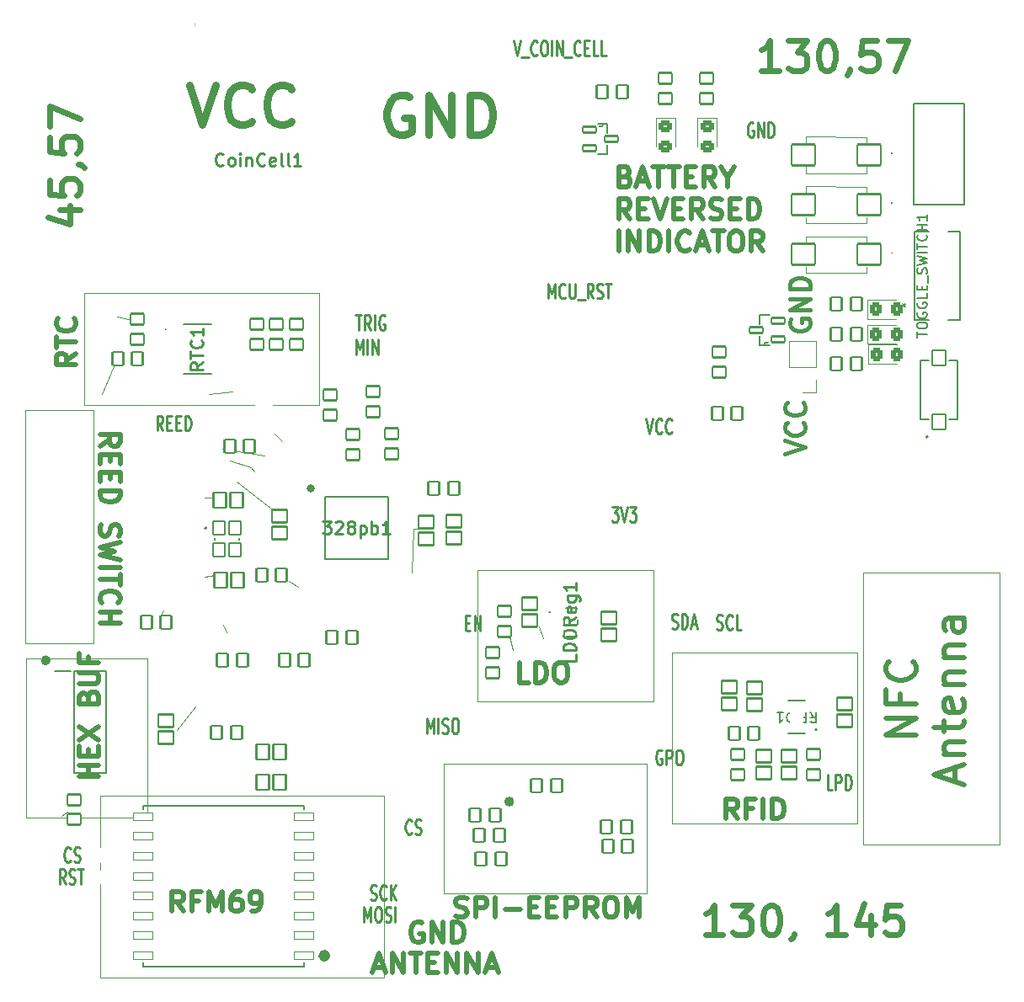
<source format=gbr>
%TF.GenerationSoftware,KiCad,Pcbnew,8.0.6*%
%TF.CreationDate,2024-11-20T13:36:43-05:00*%
%TF.ProjectId,wheel_counter,77686565-6c5f-4636-9f75-6e7465722e6b,rev?*%
%TF.SameCoordinates,Original*%
%TF.FileFunction,Legend,Top*%
%TF.FilePolarity,Positive*%
%FSLAX46Y46*%
G04 Gerber Fmt 4.6, Leading zero omitted, Abs format (unit mm)*
G04 Created by KiCad (PCBNEW 8.0.6) date 2024-11-20 13:36:43*
%MOMM*%
%LPD*%
G01*
G04 APERTURE LIST*
G04 Aperture macros list*
%AMRoundRect*
0 Rectangle with rounded corners*
0 $1 Rounding radius*
0 $2 $3 $4 $5 $6 $7 $8 $9 X,Y pos of 4 corners*
0 Add a 4 corners polygon primitive as box body*
4,1,4,$2,$3,$4,$5,$6,$7,$8,$9,$2,$3,0*
0 Add four circle primitives for the rounded corners*
1,1,$1+$1,$2,$3*
1,1,$1+$1,$4,$5*
1,1,$1+$1,$6,$7*
1,1,$1+$1,$8,$9*
0 Add four rect primitives between the rounded corners*
20,1,$1+$1,$2,$3,$4,$5,0*
20,1,$1+$1,$4,$5,$6,$7,0*
20,1,$1+$1,$6,$7,$8,$9,0*
20,1,$1+$1,$8,$9,$2,$3,0*%
G04 Aperture macros list end*
%ADD10C,0.250000*%
%ADD11C,0.497214*%
%ADD12C,0.100000*%
%ADD13C,0.500000*%
%ADD14C,0.600000*%
%ADD15C,0.800000*%
%ADD16C,0.400000*%
%ADD17C,0.150000*%
%ADD18C,0.254000*%
%ADD19C,0.152400*%
%ADD20C,0.200000*%
%ADD21C,0.120000*%
%ADD22C,0.127000*%
%ADD23C,0.609600*%
%ADD24R,1.400000X1.400000*%
%ADD25C,1.400000*%
%ADD26C,1.320800*%
%ADD27C,1.498600*%
%ADD28R,0.875000X0.450000*%
%ADD29R,0.355600X0.304800*%
%ADD30R,1.447800X2.590800*%
%ADD31R,1.000000X0.800000*%
%ADD32R,1.000000X0.600000*%
%ADD33R,1.500000X0.600000*%
%ADD34R,0.600000X1.500000*%
%ADD35C,1.703200*%
%ADD36RoundRect,0.101600X-0.750000X0.650000X-0.750000X-0.650000X0.750000X-0.650000X0.750000X0.650000X0*%
%ADD37RoundRect,0.101600X-0.106066X0.883883X-0.883883X0.106066X0.106066X-0.883883X0.883883X-0.106066X0*%
%ADD38RoundRect,0.250000X-0.325000X-0.450000X0.325000X-0.450000X0.325000X0.450000X-0.325000X0.450000X0*%
%ADD39R,1.550000X0.650000*%
%ADD40RoundRect,0.101600X0.883883X0.106066X0.106066X0.883883X-0.883883X-0.106066X-0.106066X-0.883883X0*%
%ADD41C,3.200000*%
%ADD42RoundRect,0.102000X1.200000X1.050000X-1.200000X1.050000X-1.200000X-1.050000X1.200000X-1.050000X0*%
%ADD43R,1.300000X2.340000*%
%ADD44RoundRect,0.101600X-0.883883X-0.106066X-0.106066X-0.883883X0.883883X0.106066X0.106066X0.883883X0*%
%ADD45RoundRect,0.101600X0.550000X0.700000X-0.550000X0.700000X-0.550000X-0.700000X0.550000X-0.700000X0*%
%ADD46RoundRect,0.101600X0.700000X-0.550000X0.700000X0.550000X-0.700000X0.550000X-0.700000X-0.550000X0*%
%ADD47RoundRect,0.101600X-0.700000X0.550000X-0.700000X-0.550000X0.700000X-0.550000X0.700000X0.550000X0*%
%ADD48RoundRect,0.101600X-0.575000X-0.700000X0.575000X-0.700000X0.575000X0.700000X-0.575000X0.700000X0*%
%ADD49RoundRect,0.102000X-0.660400X-0.279400X0.660400X-0.279400X0.660400X0.279400X-0.660400X0.279400X0*%
%ADD50C,1.778000*%
%ADD51RoundRect,0.101600X-0.550000X-0.700000X0.550000X-0.700000X0.550000X0.700000X-0.550000X0.700000X0*%
%ADD52RoundRect,0.101600X-0.650000X-0.750000X0.650000X-0.750000X0.650000X0.750000X-0.650000X0.750000X0*%
%ADD53RoundRect,0.101600X0.750000X-0.650000X0.750000X0.650000X-0.750000X0.650000X-0.750000X-0.650000X0*%
%ADD54RoundRect,0.102000X0.660400X0.279400X-0.660400X0.279400X-0.660400X-0.279400X0.660400X-0.279400X0*%
%ADD55RoundRect,0.102000X0.700000X-0.750000X0.700000X0.750000X-0.700000X0.750000X-0.700000X-0.750000X0*%
%ADD56RoundRect,0.050800X1.000000X0.400000X-1.000000X0.400000X-1.000000X-0.400000X1.000000X-0.400000X0*%
%ADD57RoundRect,0.050800X-1.000000X-0.400000X1.000000X-0.400000X1.000000X0.400000X-1.000000X0.400000X0*%
%ADD58RoundRect,0.101600X0.106066X-0.883883X0.883883X-0.106066X-0.106066X0.883883X-0.883883X0.106066X0*%
%ADD59RoundRect,0.250000X-0.450000X0.325000X-0.450000X-0.325000X0.450000X-0.325000X0.450000X0.325000X0*%
%ADD60RoundRect,0.101600X0.650000X0.750000X-0.650000X0.750000X-0.650000X-0.750000X0.650000X-0.750000X0*%
%ADD61C,0.990600*%
%ADD62RoundRect,0.495300X0.000010X-0.000010X0.000010X0.000010X-0.000010X0.000010X-0.000010X-0.000010X0*%
%ADD63RoundRect,0.495300X-0.000010X0.000010X-0.000010X-0.000010X0.000010X-0.000010X0.000010X0.000010X0*%
%ADD64R,1.700000X1.700000*%
%ADD65O,1.700000X1.700000*%
G04 APERTURE END LIST*
D10*
X99359711Y-93503428D02*
X99693044Y-95003428D01*
X99693044Y-95003428D02*
X100026377Y-93503428D01*
X100931139Y-94860571D02*
X100883520Y-94932000D01*
X100883520Y-94932000D02*
X100740663Y-95003428D01*
X100740663Y-95003428D02*
X100645425Y-95003428D01*
X100645425Y-95003428D02*
X100502568Y-94932000D01*
X100502568Y-94932000D02*
X100407330Y-94789142D01*
X100407330Y-94789142D02*
X100359711Y-94646285D01*
X100359711Y-94646285D02*
X100312092Y-94360571D01*
X100312092Y-94360571D02*
X100312092Y-94146285D01*
X100312092Y-94146285D02*
X100359711Y-93860571D01*
X100359711Y-93860571D02*
X100407330Y-93717714D01*
X100407330Y-93717714D02*
X100502568Y-93574857D01*
X100502568Y-93574857D02*
X100645425Y-93503428D01*
X100645425Y-93503428D02*
X100740663Y-93503428D01*
X100740663Y-93503428D02*
X100883520Y-93574857D01*
X100883520Y-93574857D02*
X100931139Y-93646285D01*
X101931139Y-94860571D02*
X101883520Y-94932000D01*
X101883520Y-94932000D02*
X101740663Y-95003428D01*
X101740663Y-95003428D02*
X101645425Y-95003428D01*
X101645425Y-95003428D02*
X101502568Y-94932000D01*
X101502568Y-94932000D02*
X101407330Y-94789142D01*
X101407330Y-94789142D02*
X101359711Y-94646285D01*
X101359711Y-94646285D02*
X101312092Y-94360571D01*
X101312092Y-94360571D02*
X101312092Y-94146285D01*
X101312092Y-94146285D02*
X101359711Y-93860571D01*
X101359711Y-93860571D02*
X101407330Y-93717714D01*
X101407330Y-93717714D02*
X101502568Y-93574857D01*
X101502568Y-93574857D02*
X101645425Y-93503428D01*
X101645425Y-93503428D02*
X101740663Y-93503428D01*
X101740663Y-93503428D02*
X101883520Y-93574857D01*
X101883520Y-93574857D02*
X101931139Y-93646285D01*
X86059711Y-55503428D02*
X86393044Y-57003428D01*
X86393044Y-57003428D02*
X86726377Y-55503428D01*
X86821616Y-57146285D02*
X87583520Y-57146285D01*
X88393044Y-56860571D02*
X88345425Y-56932000D01*
X88345425Y-56932000D02*
X88202568Y-57003428D01*
X88202568Y-57003428D02*
X88107330Y-57003428D01*
X88107330Y-57003428D02*
X87964473Y-56932000D01*
X87964473Y-56932000D02*
X87869235Y-56789142D01*
X87869235Y-56789142D02*
X87821616Y-56646285D01*
X87821616Y-56646285D02*
X87773997Y-56360571D01*
X87773997Y-56360571D02*
X87773997Y-56146285D01*
X87773997Y-56146285D02*
X87821616Y-55860571D01*
X87821616Y-55860571D02*
X87869235Y-55717714D01*
X87869235Y-55717714D02*
X87964473Y-55574857D01*
X87964473Y-55574857D02*
X88107330Y-55503428D01*
X88107330Y-55503428D02*
X88202568Y-55503428D01*
X88202568Y-55503428D02*
X88345425Y-55574857D01*
X88345425Y-55574857D02*
X88393044Y-55646285D01*
X89012092Y-55503428D02*
X89202568Y-55503428D01*
X89202568Y-55503428D02*
X89297806Y-55574857D01*
X89297806Y-55574857D02*
X89393044Y-55717714D01*
X89393044Y-55717714D02*
X89440663Y-56003428D01*
X89440663Y-56003428D02*
X89440663Y-56503428D01*
X89440663Y-56503428D02*
X89393044Y-56789142D01*
X89393044Y-56789142D02*
X89297806Y-56932000D01*
X89297806Y-56932000D02*
X89202568Y-57003428D01*
X89202568Y-57003428D02*
X89012092Y-57003428D01*
X89012092Y-57003428D02*
X88916854Y-56932000D01*
X88916854Y-56932000D02*
X88821616Y-56789142D01*
X88821616Y-56789142D02*
X88773997Y-56503428D01*
X88773997Y-56503428D02*
X88773997Y-56003428D01*
X88773997Y-56003428D02*
X88821616Y-55717714D01*
X88821616Y-55717714D02*
X88916854Y-55574857D01*
X88916854Y-55574857D02*
X89012092Y-55503428D01*
X89869235Y-57003428D02*
X89869235Y-55503428D01*
X90345425Y-57003428D02*
X90345425Y-55503428D01*
X90345425Y-55503428D02*
X90916853Y-57003428D01*
X90916853Y-57003428D02*
X90916853Y-55503428D01*
X91154949Y-57146285D02*
X91916853Y-57146285D01*
X92726377Y-56860571D02*
X92678758Y-56932000D01*
X92678758Y-56932000D02*
X92535901Y-57003428D01*
X92535901Y-57003428D02*
X92440663Y-57003428D01*
X92440663Y-57003428D02*
X92297806Y-56932000D01*
X92297806Y-56932000D02*
X92202568Y-56789142D01*
X92202568Y-56789142D02*
X92154949Y-56646285D01*
X92154949Y-56646285D02*
X92107330Y-56360571D01*
X92107330Y-56360571D02*
X92107330Y-56146285D01*
X92107330Y-56146285D02*
X92154949Y-55860571D01*
X92154949Y-55860571D02*
X92202568Y-55717714D01*
X92202568Y-55717714D02*
X92297806Y-55574857D01*
X92297806Y-55574857D02*
X92440663Y-55503428D01*
X92440663Y-55503428D02*
X92535901Y-55503428D01*
X92535901Y-55503428D02*
X92678758Y-55574857D01*
X92678758Y-55574857D02*
X92726377Y-55646285D01*
X93154949Y-56217714D02*
X93488282Y-56217714D01*
X93631139Y-57003428D02*
X93154949Y-57003428D01*
X93154949Y-57003428D02*
X93154949Y-55503428D01*
X93154949Y-55503428D02*
X93631139Y-55503428D01*
X94535901Y-57003428D02*
X94059711Y-57003428D01*
X94059711Y-57003428D02*
X94059711Y-55503428D01*
X95345425Y-57003428D02*
X94869235Y-57003428D01*
X94869235Y-57003428D02*
X94869235Y-55503428D01*
X110126377Y-63774857D02*
X110031139Y-63703428D01*
X110031139Y-63703428D02*
X109888282Y-63703428D01*
X109888282Y-63703428D02*
X109745425Y-63774857D01*
X109745425Y-63774857D02*
X109650187Y-63917714D01*
X109650187Y-63917714D02*
X109602568Y-64060571D01*
X109602568Y-64060571D02*
X109554949Y-64346285D01*
X109554949Y-64346285D02*
X109554949Y-64560571D01*
X109554949Y-64560571D02*
X109602568Y-64846285D01*
X109602568Y-64846285D02*
X109650187Y-64989142D01*
X109650187Y-64989142D02*
X109745425Y-65132000D01*
X109745425Y-65132000D02*
X109888282Y-65203428D01*
X109888282Y-65203428D02*
X109983520Y-65203428D01*
X109983520Y-65203428D02*
X110126377Y-65132000D01*
X110126377Y-65132000D02*
X110173996Y-65060571D01*
X110173996Y-65060571D02*
X110173996Y-64560571D01*
X110173996Y-64560571D02*
X109983520Y-64560571D01*
X110602568Y-65203428D02*
X110602568Y-63703428D01*
X110602568Y-63703428D02*
X111173996Y-65203428D01*
X111173996Y-65203428D02*
X111173996Y-63703428D01*
X111650187Y-65203428D02*
X111650187Y-63703428D01*
X111650187Y-63703428D02*
X111888282Y-63703428D01*
X111888282Y-63703428D02*
X112031139Y-63774857D01*
X112031139Y-63774857D02*
X112126377Y-63917714D01*
X112126377Y-63917714D02*
X112173996Y-64060571D01*
X112173996Y-64060571D02*
X112221615Y-64346285D01*
X112221615Y-64346285D02*
X112221615Y-64560571D01*
X112221615Y-64560571D02*
X112173996Y-64846285D01*
X112173996Y-64846285D02*
X112126377Y-64989142D01*
X112126377Y-64989142D02*
X112031139Y-65132000D01*
X112031139Y-65132000D02*
X111888282Y-65203428D01*
X111888282Y-65203428D02*
X111650187Y-65203428D01*
X77302568Y-125103428D02*
X77302568Y-123603428D01*
X77302568Y-123603428D02*
X77635901Y-124674857D01*
X77635901Y-124674857D02*
X77969234Y-123603428D01*
X77969234Y-123603428D02*
X77969234Y-125103428D01*
X78445425Y-125103428D02*
X78445425Y-123603428D01*
X78873996Y-125032000D02*
X79016853Y-125103428D01*
X79016853Y-125103428D02*
X79254948Y-125103428D01*
X79254948Y-125103428D02*
X79350186Y-125032000D01*
X79350186Y-125032000D02*
X79397805Y-124960571D01*
X79397805Y-124960571D02*
X79445424Y-124817714D01*
X79445424Y-124817714D02*
X79445424Y-124674857D01*
X79445424Y-124674857D02*
X79397805Y-124532000D01*
X79397805Y-124532000D02*
X79350186Y-124460571D01*
X79350186Y-124460571D02*
X79254948Y-124389142D01*
X79254948Y-124389142D02*
X79064472Y-124317714D01*
X79064472Y-124317714D02*
X78969234Y-124246285D01*
X78969234Y-124246285D02*
X78921615Y-124174857D01*
X78921615Y-124174857D02*
X78873996Y-124032000D01*
X78873996Y-124032000D02*
X78873996Y-123889142D01*
X78873996Y-123889142D02*
X78921615Y-123746285D01*
X78921615Y-123746285D02*
X78969234Y-123674857D01*
X78969234Y-123674857D02*
X79064472Y-123603428D01*
X79064472Y-123603428D02*
X79302567Y-123603428D01*
X79302567Y-123603428D02*
X79445424Y-123674857D01*
X80064472Y-123603428D02*
X80254948Y-123603428D01*
X80254948Y-123603428D02*
X80350186Y-123674857D01*
X80350186Y-123674857D02*
X80445424Y-123817714D01*
X80445424Y-123817714D02*
X80493043Y-124103428D01*
X80493043Y-124103428D02*
X80493043Y-124603428D01*
X80493043Y-124603428D02*
X80445424Y-124889142D01*
X80445424Y-124889142D02*
X80350186Y-125032000D01*
X80350186Y-125032000D02*
X80254948Y-125103428D01*
X80254948Y-125103428D02*
X80064472Y-125103428D01*
X80064472Y-125103428D02*
X79969234Y-125032000D01*
X79969234Y-125032000D02*
X79873996Y-124889142D01*
X79873996Y-124889142D02*
X79826377Y-124603428D01*
X79826377Y-124603428D02*
X79826377Y-124103428D01*
X79826377Y-124103428D02*
X79873996Y-123817714D01*
X79873996Y-123817714D02*
X79969234Y-123674857D01*
X79969234Y-123674857D02*
X80064472Y-123603428D01*
X71002568Y-144103428D02*
X71002568Y-142603428D01*
X71002568Y-142603428D02*
X71335901Y-143674857D01*
X71335901Y-143674857D02*
X71669234Y-142603428D01*
X71669234Y-142603428D02*
X71669234Y-144103428D01*
X72335901Y-142603428D02*
X72526377Y-142603428D01*
X72526377Y-142603428D02*
X72621615Y-142674857D01*
X72621615Y-142674857D02*
X72716853Y-142817714D01*
X72716853Y-142817714D02*
X72764472Y-143103428D01*
X72764472Y-143103428D02*
X72764472Y-143603428D01*
X72764472Y-143603428D02*
X72716853Y-143889142D01*
X72716853Y-143889142D02*
X72621615Y-144032000D01*
X72621615Y-144032000D02*
X72526377Y-144103428D01*
X72526377Y-144103428D02*
X72335901Y-144103428D01*
X72335901Y-144103428D02*
X72240663Y-144032000D01*
X72240663Y-144032000D02*
X72145425Y-143889142D01*
X72145425Y-143889142D02*
X72097806Y-143603428D01*
X72097806Y-143603428D02*
X72097806Y-143103428D01*
X72097806Y-143103428D02*
X72145425Y-142817714D01*
X72145425Y-142817714D02*
X72240663Y-142674857D01*
X72240663Y-142674857D02*
X72335901Y-142603428D01*
X73145425Y-144032000D02*
X73288282Y-144103428D01*
X73288282Y-144103428D02*
X73526377Y-144103428D01*
X73526377Y-144103428D02*
X73621615Y-144032000D01*
X73621615Y-144032000D02*
X73669234Y-143960571D01*
X73669234Y-143960571D02*
X73716853Y-143817714D01*
X73716853Y-143817714D02*
X73716853Y-143674857D01*
X73716853Y-143674857D02*
X73669234Y-143532000D01*
X73669234Y-143532000D02*
X73621615Y-143460571D01*
X73621615Y-143460571D02*
X73526377Y-143389142D01*
X73526377Y-143389142D02*
X73335901Y-143317714D01*
X73335901Y-143317714D02*
X73240663Y-143246285D01*
X73240663Y-143246285D02*
X73193044Y-143174857D01*
X73193044Y-143174857D02*
X73145425Y-143032000D01*
X73145425Y-143032000D02*
X73145425Y-142889142D01*
X73145425Y-142889142D02*
X73193044Y-142746285D01*
X73193044Y-142746285D02*
X73240663Y-142674857D01*
X73240663Y-142674857D02*
X73335901Y-142603428D01*
X73335901Y-142603428D02*
X73573996Y-142603428D01*
X73573996Y-142603428D02*
X73716853Y-142674857D01*
X74145425Y-144103428D02*
X74145425Y-142603428D01*
X71654949Y-141832000D02*
X71797806Y-141903428D01*
X71797806Y-141903428D02*
X72035901Y-141903428D01*
X72035901Y-141903428D02*
X72131139Y-141832000D01*
X72131139Y-141832000D02*
X72178758Y-141760571D01*
X72178758Y-141760571D02*
X72226377Y-141617714D01*
X72226377Y-141617714D02*
X72226377Y-141474857D01*
X72226377Y-141474857D02*
X72178758Y-141332000D01*
X72178758Y-141332000D02*
X72131139Y-141260571D01*
X72131139Y-141260571D02*
X72035901Y-141189142D01*
X72035901Y-141189142D02*
X71845425Y-141117714D01*
X71845425Y-141117714D02*
X71750187Y-141046285D01*
X71750187Y-141046285D02*
X71702568Y-140974857D01*
X71702568Y-140974857D02*
X71654949Y-140832000D01*
X71654949Y-140832000D02*
X71654949Y-140689142D01*
X71654949Y-140689142D02*
X71702568Y-140546285D01*
X71702568Y-140546285D02*
X71750187Y-140474857D01*
X71750187Y-140474857D02*
X71845425Y-140403428D01*
X71845425Y-140403428D02*
X72083520Y-140403428D01*
X72083520Y-140403428D02*
X72226377Y-140474857D01*
X73226377Y-141760571D02*
X73178758Y-141832000D01*
X73178758Y-141832000D02*
X73035901Y-141903428D01*
X73035901Y-141903428D02*
X72940663Y-141903428D01*
X72940663Y-141903428D02*
X72797806Y-141832000D01*
X72797806Y-141832000D02*
X72702568Y-141689142D01*
X72702568Y-141689142D02*
X72654949Y-141546285D01*
X72654949Y-141546285D02*
X72607330Y-141260571D01*
X72607330Y-141260571D02*
X72607330Y-141046285D01*
X72607330Y-141046285D02*
X72654949Y-140760571D01*
X72654949Y-140760571D02*
X72702568Y-140617714D01*
X72702568Y-140617714D02*
X72797806Y-140474857D01*
X72797806Y-140474857D02*
X72940663Y-140403428D01*
X72940663Y-140403428D02*
X73035901Y-140403428D01*
X73035901Y-140403428D02*
X73178758Y-140474857D01*
X73178758Y-140474857D02*
X73226377Y-140546285D01*
X73654949Y-141903428D02*
X73654949Y-140403428D01*
X74226377Y-141903428D02*
X73797806Y-141046285D01*
X74226377Y-140403428D02*
X73654949Y-141260571D01*
X89502568Y-81403428D02*
X89502568Y-79903428D01*
X89502568Y-79903428D02*
X89835901Y-80974857D01*
X89835901Y-80974857D02*
X90169234Y-79903428D01*
X90169234Y-79903428D02*
X90169234Y-81403428D01*
X91216853Y-81260571D02*
X91169234Y-81332000D01*
X91169234Y-81332000D02*
X91026377Y-81403428D01*
X91026377Y-81403428D02*
X90931139Y-81403428D01*
X90931139Y-81403428D02*
X90788282Y-81332000D01*
X90788282Y-81332000D02*
X90693044Y-81189142D01*
X90693044Y-81189142D02*
X90645425Y-81046285D01*
X90645425Y-81046285D02*
X90597806Y-80760571D01*
X90597806Y-80760571D02*
X90597806Y-80546285D01*
X90597806Y-80546285D02*
X90645425Y-80260571D01*
X90645425Y-80260571D02*
X90693044Y-80117714D01*
X90693044Y-80117714D02*
X90788282Y-79974857D01*
X90788282Y-79974857D02*
X90931139Y-79903428D01*
X90931139Y-79903428D02*
X91026377Y-79903428D01*
X91026377Y-79903428D02*
X91169234Y-79974857D01*
X91169234Y-79974857D02*
X91216853Y-80046285D01*
X91645425Y-79903428D02*
X91645425Y-81117714D01*
X91645425Y-81117714D02*
X91693044Y-81260571D01*
X91693044Y-81260571D02*
X91740663Y-81332000D01*
X91740663Y-81332000D02*
X91835901Y-81403428D01*
X91835901Y-81403428D02*
X92026377Y-81403428D01*
X92026377Y-81403428D02*
X92121615Y-81332000D01*
X92121615Y-81332000D02*
X92169234Y-81260571D01*
X92169234Y-81260571D02*
X92216853Y-81117714D01*
X92216853Y-81117714D02*
X92216853Y-79903428D01*
X92454949Y-81546285D02*
X93216853Y-81546285D01*
X94026377Y-81403428D02*
X93693044Y-80689142D01*
X93454949Y-81403428D02*
X93454949Y-79903428D01*
X93454949Y-79903428D02*
X93835901Y-79903428D01*
X93835901Y-79903428D02*
X93931139Y-79974857D01*
X93931139Y-79974857D02*
X93978758Y-80046285D01*
X93978758Y-80046285D02*
X94026377Y-80189142D01*
X94026377Y-80189142D02*
X94026377Y-80403428D01*
X94026377Y-80403428D02*
X93978758Y-80546285D01*
X93978758Y-80546285D02*
X93931139Y-80617714D01*
X93931139Y-80617714D02*
X93835901Y-80689142D01*
X93835901Y-80689142D02*
X93454949Y-80689142D01*
X94407330Y-81332000D02*
X94550187Y-81403428D01*
X94550187Y-81403428D02*
X94788282Y-81403428D01*
X94788282Y-81403428D02*
X94883520Y-81332000D01*
X94883520Y-81332000D02*
X94931139Y-81260571D01*
X94931139Y-81260571D02*
X94978758Y-81117714D01*
X94978758Y-81117714D02*
X94978758Y-80974857D01*
X94978758Y-80974857D02*
X94931139Y-80832000D01*
X94931139Y-80832000D02*
X94883520Y-80760571D01*
X94883520Y-80760571D02*
X94788282Y-80689142D01*
X94788282Y-80689142D02*
X94597806Y-80617714D01*
X94597806Y-80617714D02*
X94502568Y-80546285D01*
X94502568Y-80546285D02*
X94454949Y-80474857D01*
X94454949Y-80474857D02*
X94407330Y-80332000D01*
X94407330Y-80332000D02*
X94407330Y-80189142D01*
X94407330Y-80189142D02*
X94454949Y-80046285D01*
X94454949Y-80046285D02*
X94502568Y-79974857D01*
X94502568Y-79974857D02*
X94597806Y-79903428D01*
X94597806Y-79903428D02*
X94835901Y-79903428D01*
X94835901Y-79903428D02*
X94978758Y-79974857D01*
X95264473Y-79903428D02*
X95835901Y-79903428D01*
X95550187Y-81403428D02*
X95550187Y-79903428D01*
D11*
X85848607Y-132000000D02*
G75*
G02*
X85351393Y-132000000I-248607J0D01*
G01*
X85351393Y-132000000D02*
G75*
G02*
X85848607Y-132000000I248607J0D01*
G01*
D12*
X44500000Y-131400000D02*
X73000000Y-131400000D01*
X73000000Y-149700000D01*
X44500000Y-149700000D01*
X44500000Y-131400000D01*
X59600000Y-98400000D02*
X60000000Y-98800000D01*
X62000000Y-95000000D02*
X62800000Y-95800000D01*
X57200000Y-115000000D02*
X56800000Y-114200000D01*
X55000000Y-101400000D02*
X55800000Y-101400000D01*
X36900000Y-92600000D02*
X43800000Y-92600000D01*
X43800000Y-116100000D01*
X36900000Y-116100000D01*
X36900000Y-92600000D01*
X121200000Y-109000000D02*
X134900000Y-109000000D01*
X134900000Y-136300000D01*
X121200000Y-136300000D01*
X121200000Y-109000000D01*
X55000000Y-109400000D02*
X56000000Y-109200000D01*
X44600000Y-91000000D02*
X45800000Y-88200000D01*
X58200000Y-99800000D02*
X62000000Y-102800000D01*
X102000000Y-117000000D02*
X120600000Y-117000000D01*
X120600000Y-134200000D01*
X102000000Y-134200000D01*
X102000000Y-117000000D01*
X82400000Y-108700000D02*
X100100000Y-108700000D01*
X100100000Y-121900000D01*
X82400000Y-121900000D01*
X82400000Y-108700000D01*
D11*
X39248607Y-117800000D02*
G75*
G02*
X38751393Y-117800000I-248607J0D01*
G01*
X38751393Y-117800000D02*
G75*
G02*
X39248607Y-117800000I248607J0D01*
G01*
D12*
X56750000Y-96500000D02*
X61000000Y-97200000D01*
X79000000Y-128200000D02*
X99400000Y-128200000D01*
X99400000Y-141200000D01*
X79000000Y-141200000D01*
X79000000Y-128200000D01*
X64400000Y-110400000D02*
X63400000Y-109800000D01*
X37000000Y-117600000D02*
X49200000Y-117600000D01*
X49200000Y-133600000D01*
X37000000Y-133600000D01*
X37000000Y-117600000D01*
X46200000Y-83200000D02*
X47600000Y-83600000D01*
X75800000Y-109000000D02*
X76000000Y-104600000D01*
X55400000Y-91000000D02*
X57800000Y-90800000D01*
X50800000Y-112800000D02*
X50600000Y-113200000D01*
X59600000Y-98400000D02*
X57500000Y-97750000D01*
X86000000Y-116800000D02*
X85600000Y-115400000D01*
X89000000Y-115600000D02*
X88600000Y-114400000D01*
X76000000Y-104600000D02*
X77000000Y-104600000D01*
X54000000Y-122400000D02*
X52200000Y-124800000D01*
X40600000Y-133400000D02*
X41200000Y-133000000D01*
X42900000Y-80900000D02*
X66500000Y-80900000D01*
X66500000Y-92100000D01*
X42900000Y-92100000D01*
X42900000Y-80900000D01*
D10*
X70159711Y-83103428D02*
X70731139Y-83103428D01*
X70445425Y-84603428D02*
X70445425Y-83103428D01*
X71635901Y-84603428D02*
X71302568Y-83889142D01*
X71064473Y-84603428D02*
X71064473Y-83103428D01*
X71064473Y-83103428D02*
X71445425Y-83103428D01*
X71445425Y-83103428D02*
X71540663Y-83174857D01*
X71540663Y-83174857D02*
X71588282Y-83246285D01*
X71588282Y-83246285D02*
X71635901Y-83389142D01*
X71635901Y-83389142D02*
X71635901Y-83603428D01*
X71635901Y-83603428D02*
X71588282Y-83746285D01*
X71588282Y-83746285D02*
X71540663Y-83817714D01*
X71540663Y-83817714D02*
X71445425Y-83889142D01*
X71445425Y-83889142D02*
X71064473Y-83889142D01*
X72064473Y-84603428D02*
X72064473Y-83103428D01*
X73064472Y-83174857D02*
X72969234Y-83103428D01*
X72969234Y-83103428D02*
X72826377Y-83103428D01*
X72826377Y-83103428D02*
X72683520Y-83174857D01*
X72683520Y-83174857D02*
X72588282Y-83317714D01*
X72588282Y-83317714D02*
X72540663Y-83460571D01*
X72540663Y-83460571D02*
X72493044Y-83746285D01*
X72493044Y-83746285D02*
X72493044Y-83960571D01*
X72493044Y-83960571D02*
X72540663Y-84246285D01*
X72540663Y-84246285D02*
X72588282Y-84389142D01*
X72588282Y-84389142D02*
X72683520Y-84532000D01*
X72683520Y-84532000D02*
X72826377Y-84603428D01*
X72826377Y-84603428D02*
X72921615Y-84603428D01*
X72921615Y-84603428D02*
X73064472Y-84532000D01*
X73064472Y-84532000D02*
X73112091Y-84460571D01*
X73112091Y-84460571D02*
X73112091Y-83960571D01*
X73112091Y-83960571D02*
X72921615Y-83960571D01*
X100926377Y-126874857D02*
X100831139Y-126803428D01*
X100831139Y-126803428D02*
X100688282Y-126803428D01*
X100688282Y-126803428D02*
X100545425Y-126874857D01*
X100545425Y-126874857D02*
X100450187Y-127017714D01*
X100450187Y-127017714D02*
X100402568Y-127160571D01*
X100402568Y-127160571D02*
X100354949Y-127446285D01*
X100354949Y-127446285D02*
X100354949Y-127660571D01*
X100354949Y-127660571D02*
X100402568Y-127946285D01*
X100402568Y-127946285D02*
X100450187Y-128089142D01*
X100450187Y-128089142D02*
X100545425Y-128232000D01*
X100545425Y-128232000D02*
X100688282Y-128303428D01*
X100688282Y-128303428D02*
X100783520Y-128303428D01*
X100783520Y-128303428D02*
X100926377Y-128232000D01*
X100926377Y-128232000D02*
X100973996Y-128160571D01*
X100973996Y-128160571D02*
X100973996Y-127660571D01*
X100973996Y-127660571D02*
X100783520Y-127660571D01*
X101402568Y-128303428D02*
X101402568Y-126803428D01*
X101402568Y-126803428D02*
X101783520Y-126803428D01*
X101783520Y-126803428D02*
X101878758Y-126874857D01*
X101878758Y-126874857D02*
X101926377Y-126946285D01*
X101926377Y-126946285D02*
X101973996Y-127089142D01*
X101973996Y-127089142D02*
X101973996Y-127303428D01*
X101973996Y-127303428D02*
X101926377Y-127446285D01*
X101926377Y-127446285D02*
X101878758Y-127517714D01*
X101878758Y-127517714D02*
X101783520Y-127589142D01*
X101783520Y-127589142D02*
X101402568Y-127589142D01*
X102593044Y-126803428D02*
X102783520Y-126803428D01*
X102783520Y-126803428D02*
X102878758Y-126874857D01*
X102878758Y-126874857D02*
X102973996Y-127017714D01*
X102973996Y-127017714D02*
X103021615Y-127303428D01*
X103021615Y-127303428D02*
X103021615Y-127803428D01*
X103021615Y-127803428D02*
X102973996Y-128089142D01*
X102973996Y-128089142D02*
X102878758Y-128232000D01*
X102878758Y-128232000D02*
X102783520Y-128303428D01*
X102783520Y-128303428D02*
X102593044Y-128303428D01*
X102593044Y-128303428D02*
X102497806Y-128232000D01*
X102497806Y-128232000D02*
X102402568Y-128089142D01*
X102402568Y-128089142D02*
X102354949Y-127803428D01*
X102354949Y-127803428D02*
X102354949Y-127303428D01*
X102354949Y-127303428D02*
X102402568Y-127017714D01*
X102402568Y-127017714D02*
X102497806Y-126874857D01*
X102497806Y-126874857D02*
X102593044Y-126803428D01*
D13*
X126477025Y-125342857D02*
X123477025Y-125342857D01*
X123477025Y-125342857D02*
X126477025Y-123628571D01*
X126477025Y-123628571D02*
X123477025Y-123628571D01*
X124905596Y-121200000D02*
X124905596Y-122200000D01*
X126477025Y-122200000D02*
X123477025Y-122200000D01*
X123477025Y-122200000D02*
X123477025Y-120771428D01*
X126191310Y-117914285D02*
X126334168Y-118057142D01*
X126334168Y-118057142D02*
X126477025Y-118485714D01*
X126477025Y-118485714D02*
X126477025Y-118771428D01*
X126477025Y-118771428D02*
X126334168Y-119199999D01*
X126334168Y-119199999D02*
X126048453Y-119485714D01*
X126048453Y-119485714D02*
X125762739Y-119628571D01*
X125762739Y-119628571D02*
X125191310Y-119771428D01*
X125191310Y-119771428D02*
X124762739Y-119771428D01*
X124762739Y-119771428D02*
X124191310Y-119628571D01*
X124191310Y-119628571D02*
X123905596Y-119485714D01*
X123905596Y-119485714D02*
X123619882Y-119199999D01*
X123619882Y-119199999D02*
X123477025Y-118771428D01*
X123477025Y-118771428D02*
X123477025Y-118485714D01*
X123477025Y-118485714D02*
X123619882Y-118057142D01*
X123619882Y-118057142D02*
X123762739Y-117914285D01*
X130449714Y-129985715D02*
X130449714Y-128557144D01*
X131306857Y-130271429D02*
X128306857Y-129271429D01*
X128306857Y-129271429D02*
X131306857Y-128271429D01*
X129306857Y-127271429D02*
X131306857Y-127271429D01*
X129592571Y-127271429D02*
X129449714Y-127128572D01*
X129449714Y-127128572D02*
X129306857Y-126842857D01*
X129306857Y-126842857D02*
X129306857Y-126414286D01*
X129306857Y-126414286D02*
X129449714Y-126128572D01*
X129449714Y-126128572D02*
X129735428Y-125985715D01*
X129735428Y-125985715D02*
X131306857Y-125985715D01*
X129306857Y-124985714D02*
X129306857Y-123842857D01*
X128306857Y-124557143D02*
X130878285Y-124557143D01*
X130878285Y-124557143D02*
X131164000Y-124414286D01*
X131164000Y-124414286D02*
X131306857Y-124128571D01*
X131306857Y-124128571D02*
X131306857Y-123842857D01*
X131164000Y-121700000D02*
X131306857Y-121985714D01*
X131306857Y-121985714D02*
X131306857Y-122557143D01*
X131306857Y-122557143D02*
X131164000Y-122842857D01*
X131164000Y-122842857D02*
X130878285Y-122985714D01*
X130878285Y-122985714D02*
X129735428Y-122985714D01*
X129735428Y-122985714D02*
X129449714Y-122842857D01*
X129449714Y-122842857D02*
X129306857Y-122557143D01*
X129306857Y-122557143D02*
X129306857Y-121985714D01*
X129306857Y-121985714D02*
X129449714Y-121700000D01*
X129449714Y-121700000D02*
X129735428Y-121557143D01*
X129735428Y-121557143D02*
X130021142Y-121557143D01*
X130021142Y-121557143D02*
X130306857Y-122985714D01*
X129306857Y-120271428D02*
X131306857Y-120271428D01*
X129592571Y-120271428D02*
X129449714Y-120128571D01*
X129449714Y-120128571D02*
X129306857Y-119842856D01*
X129306857Y-119842856D02*
X129306857Y-119414285D01*
X129306857Y-119414285D02*
X129449714Y-119128571D01*
X129449714Y-119128571D02*
X129735428Y-118985714D01*
X129735428Y-118985714D02*
X131306857Y-118985714D01*
X129306857Y-117557142D02*
X131306857Y-117557142D01*
X129592571Y-117557142D02*
X129449714Y-117414285D01*
X129449714Y-117414285D02*
X129306857Y-117128570D01*
X129306857Y-117128570D02*
X129306857Y-116699999D01*
X129306857Y-116699999D02*
X129449714Y-116414285D01*
X129449714Y-116414285D02*
X129735428Y-116271428D01*
X129735428Y-116271428D02*
X131306857Y-116271428D01*
X131306857Y-113557142D02*
X129735428Y-113557142D01*
X129735428Y-113557142D02*
X129449714Y-113699999D01*
X129449714Y-113699999D02*
X129306857Y-113985713D01*
X129306857Y-113985713D02*
X129306857Y-114557142D01*
X129306857Y-114557142D02*
X129449714Y-114842856D01*
X131164000Y-113557142D02*
X131306857Y-113842856D01*
X131306857Y-113842856D02*
X131306857Y-114557142D01*
X131306857Y-114557142D02*
X131164000Y-114842856D01*
X131164000Y-114842856D02*
X130878285Y-114985713D01*
X130878285Y-114985713D02*
X130592571Y-114985713D01*
X130592571Y-114985713D02*
X130306857Y-114842856D01*
X130306857Y-114842856D02*
X130164000Y-114557142D01*
X130164000Y-114557142D02*
X130164000Y-113842856D01*
X130164000Y-113842856D02*
X130021142Y-113557142D01*
X52847994Y-143029238D02*
X52181327Y-142076857D01*
X51705137Y-143029238D02*
X51705137Y-141029238D01*
X51705137Y-141029238D02*
X52467042Y-141029238D01*
X52467042Y-141029238D02*
X52657518Y-141124476D01*
X52657518Y-141124476D02*
X52752756Y-141219714D01*
X52752756Y-141219714D02*
X52847994Y-141410190D01*
X52847994Y-141410190D02*
X52847994Y-141695904D01*
X52847994Y-141695904D02*
X52752756Y-141886380D01*
X52752756Y-141886380D02*
X52657518Y-141981619D01*
X52657518Y-141981619D02*
X52467042Y-142076857D01*
X52467042Y-142076857D02*
X51705137Y-142076857D01*
X54371804Y-141981619D02*
X53705137Y-141981619D01*
X53705137Y-143029238D02*
X53705137Y-141029238D01*
X53705137Y-141029238D02*
X54657518Y-141029238D01*
X55419423Y-143029238D02*
X55419423Y-141029238D01*
X55419423Y-141029238D02*
X56086090Y-142457809D01*
X56086090Y-142457809D02*
X56752756Y-141029238D01*
X56752756Y-141029238D02*
X56752756Y-143029238D01*
X58562280Y-141029238D02*
X58181327Y-141029238D01*
X58181327Y-141029238D02*
X57990851Y-141124476D01*
X57990851Y-141124476D02*
X57895613Y-141219714D01*
X57895613Y-141219714D02*
X57705137Y-141505428D01*
X57705137Y-141505428D02*
X57609899Y-141886380D01*
X57609899Y-141886380D02*
X57609899Y-142648285D01*
X57609899Y-142648285D02*
X57705137Y-142838761D01*
X57705137Y-142838761D02*
X57800375Y-142934000D01*
X57800375Y-142934000D02*
X57990851Y-143029238D01*
X57990851Y-143029238D02*
X58371804Y-143029238D01*
X58371804Y-143029238D02*
X58562280Y-142934000D01*
X58562280Y-142934000D02*
X58657518Y-142838761D01*
X58657518Y-142838761D02*
X58752756Y-142648285D01*
X58752756Y-142648285D02*
X58752756Y-142172095D01*
X58752756Y-142172095D02*
X58657518Y-141981619D01*
X58657518Y-141981619D02*
X58562280Y-141886380D01*
X58562280Y-141886380D02*
X58371804Y-141791142D01*
X58371804Y-141791142D02*
X57990851Y-141791142D01*
X57990851Y-141791142D02*
X57800375Y-141886380D01*
X57800375Y-141886380D02*
X57705137Y-141981619D01*
X57705137Y-141981619D02*
X57609899Y-142172095D01*
X59705137Y-143029238D02*
X60086089Y-143029238D01*
X60086089Y-143029238D02*
X60276566Y-142934000D01*
X60276566Y-142934000D02*
X60371804Y-142838761D01*
X60371804Y-142838761D02*
X60562280Y-142553047D01*
X60562280Y-142553047D02*
X60657518Y-142172095D01*
X60657518Y-142172095D02*
X60657518Y-141410190D01*
X60657518Y-141410190D02*
X60562280Y-141219714D01*
X60562280Y-141219714D02*
X60467042Y-141124476D01*
X60467042Y-141124476D02*
X60276566Y-141029238D01*
X60276566Y-141029238D02*
X59895613Y-141029238D01*
X59895613Y-141029238D02*
X59705137Y-141124476D01*
X59705137Y-141124476D02*
X59609899Y-141219714D01*
X59609899Y-141219714D02*
X59514661Y-141410190D01*
X59514661Y-141410190D02*
X59514661Y-141886380D01*
X59514661Y-141886380D02*
X59609899Y-142076857D01*
X59609899Y-142076857D02*
X59705137Y-142172095D01*
X59705137Y-142172095D02*
X59895613Y-142267333D01*
X59895613Y-142267333D02*
X60276566Y-142267333D01*
X60276566Y-142267333D02*
X60467042Y-142172095D01*
X60467042Y-142172095D02*
X60562280Y-142076857D01*
X60562280Y-142076857D02*
X60657518Y-141886380D01*
D14*
X112680450Y-58501657D02*
X110966164Y-58501657D01*
X111823307Y-58501657D02*
X111823307Y-55501657D01*
X111823307Y-55501657D02*
X111537593Y-55930228D01*
X111537593Y-55930228D02*
X111251878Y-56215942D01*
X111251878Y-56215942D02*
X110966164Y-56358800D01*
X113680450Y-55501657D02*
X115537593Y-55501657D01*
X115537593Y-55501657D02*
X114537593Y-56644514D01*
X114537593Y-56644514D02*
X114966164Y-56644514D01*
X114966164Y-56644514D02*
X115251879Y-56787371D01*
X115251879Y-56787371D02*
X115394736Y-56930228D01*
X115394736Y-56930228D02*
X115537593Y-57215942D01*
X115537593Y-57215942D02*
X115537593Y-57930228D01*
X115537593Y-57930228D02*
X115394736Y-58215942D01*
X115394736Y-58215942D02*
X115251879Y-58358800D01*
X115251879Y-58358800D02*
X114966164Y-58501657D01*
X114966164Y-58501657D02*
X114109021Y-58501657D01*
X114109021Y-58501657D02*
X113823307Y-58358800D01*
X113823307Y-58358800D02*
X113680450Y-58215942D01*
X117394736Y-55501657D02*
X117680450Y-55501657D01*
X117680450Y-55501657D02*
X117966164Y-55644514D01*
X117966164Y-55644514D02*
X118109022Y-55787371D01*
X118109022Y-55787371D02*
X118251879Y-56073085D01*
X118251879Y-56073085D02*
X118394736Y-56644514D01*
X118394736Y-56644514D02*
X118394736Y-57358800D01*
X118394736Y-57358800D02*
X118251879Y-57930228D01*
X118251879Y-57930228D02*
X118109022Y-58215942D01*
X118109022Y-58215942D02*
X117966164Y-58358800D01*
X117966164Y-58358800D02*
X117680450Y-58501657D01*
X117680450Y-58501657D02*
X117394736Y-58501657D01*
X117394736Y-58501657D02*
X117109022Y-58358800D01*
X117109022Y-58358800D02*
X116966164Y-58215942D01*
X116966164Y-58215942D02*
X116823307Y-57930228D01*
X116823307Y-57930228D02*
X116680450Y-57358800D01*
X116680450Y-57358800D02*
X116680450Y-56644514D01*
X116680450Y-56644514D02*
X116823307Y-56073085D01*
X116823307Y-56073085D02*
X116966164Y-55787371D01*
X116966164Y-55787371D02*
X117109022Y-55644514D01*
X117109022Y-55644514D02*
X117394736Y-55501657D01*
X119823307Y-58358800D02*
X119823307Y-58501657D01*
X119823307Y-58501657D02*
X119680450Y-58787371D01*
X119680450Y-58787371D02*
X119537593Y-58930228D01*
X122537593Y-55501657D02*
X121109021Y-55501657D01*
X121109021Y-55501657D02*
X120966164Y-56930228D01*
X120966164Y-56930228D02*
X121109021Y-56787371D01*
X121109021Y-56787371D02*
X121394736Y-56644514D01*
X121394736Y-56644514D02*
X122109021Y-56644514D01*
X122109021Y-56644514D02*
X122394736Y-56787371D01*
X122394736Y-56787371D02*
X122537593Y-56930228D01*
X122537593Y-56930228D02*
X122680450Y-57215942D01*
X122680450Y-57215942D02*
X122680450Y-57930228D01*
X122680450Y-57930228D02*
X122537593Y-58215942D01*
X122537593Y-58215942D02*
X122394736Y-58358800D01*
X122394736Y-58358800D02*
X122109021Y-58501657D01*
X122109021Y-58501657D02*
X121394736Y-58501657D01*
X121394736Y-58501657D02*
X121109021Y-58358800D01*
X121109021Y-58358800D02*
X120966164Y-58215942D01*
X123680450Y-55501657D02*
X125680450Y-55501657D01*
X125680450Y-55501657D02*
X124394736Y-58501657D01*
D13*
X108547994Y-133729238D02*
X107881327Y-132776857D01*
X107405137Y-133729238D02*
X107405137Y-131729238D01*
X107405137Y-131729238D02*
X108167042Y-131729238D01*
X108167042Y-131729238D02*
X108357518Y-131824476D01*
X108357518Y-131824476D02*
X108452756Y-131919714D01*
X108452756Y-131919714D02*
X108547994Y-132110190D01*
X108547994Y-132110190D02*
X108547994Y-132395904D01*
X108547994Y-132395904D02*
X108452756Y-132586380D01*
X108452756Y-132586380D02*
X108357518Y-132681619D01*
X108357518Y-132681619D02*
X108167042Y-132776857D01*
X108167042Y-132776857D02*
X107405137Y-132776857D01*
X110071804Y-132681619D02*
X109405137Y-132681619D01*
X109405137Y-133729238D02*
X109405137Y-131729238D01*
X109405137Y-131729238D02*
X110357518Y-131729238D01*
X111119423Y-133729238D02*
X111119423Y-131729238D01*
X112071804Y-133729238D02*
X112071804Y-131729238D01*
X112071804Y-131729238D02*
X112547994Y-131729238D01*
X112547994Y-131729238D02*
X112833709Y-131824476D01*
X112833709Y-131824476D02*
X113024185Y-132014952D01*
X113024185Y-132014952D02*
X113119423Y-132205428D01*
X113119423Y-132205428D02*
X113214661Y-132586380D01*
X113214661Y-132586380D02*
X113214661Y-132872095D01*
X113214661Y-132872095D02*
X113119423Y-133253047D01*
X113119423Y-133253047D02*
X113024185Y-133443523D01*
X113024185Y-133443523D02*
X112833709Y-133634000D01*
X112833709Y-133634000D02*
X112547994Y-133729238D01*
X112547994Y-133729238D02*
X112071804Y-133729238D01*
X76852756Y-144224476D02*
X76662280Y-144129238D01*
X76662280Y-144129238D02*
X76376566Y-144129238D01*
X76376566Y-144129238D02*
X76090851Y-144224476D01*
X76090851Y-144224476D02*
X75900375Y-144414952D01*
X75900375Y-144414952D02*
X75805137Y-144605428D01*
X75805137Y-144605428D02*
X75709899Y-144986380D01*
X75709899Y-144986380D02*
X75709899Y-145272095D01*
X75709899Y-145272095D02*
X75805137Y-145653047D01*
X75805137Y-145653047D02*
X75900375Y-145843523D01*
X75900375Y-145843523D02*
X76090851Y-146034000D01*
X76090851Y-146034000D02*
X76376566Y-146129238D01*
X76376566Y-146129238D02*
X76567042Y-146129238D01*
X76567042Y-146129238D02*
X76852756Y-146034000D01*
X76852756Y-146034000D02*
X76947994Y-145938761D01*
X76947994Y-145938761D02*
X76947994Y-145272095D01*
X76947994Y-145272095D02*
X76567042Y-145272095D01*
X77805137Y-146129238D02*
X77805137Y-144129238D01*
X77805137Y-144129238D02*
X78947994Y-146129238D01*
X78947994Y-146129238D02*
X78947994Y-144129238D01*
X79900375Y-146129238D02*
X79900375Y-144129238D01*
X79900375Y-144129238D02*
X80376565Y-144129238D01*
X80376565Y-144129238D02*
X80662280Y-144224476D01*
X80662280Y-144224476D02*
X80852756Y-144414952D01*
X80852756Y-144414952D02*
X80947994Y-144605428D01*
X80947994Y-144605428D02*
X81043232Y-144986380D01*
X81043232Y-144986380D02*
X81043232Y-145272095D01*
X81043232Y-145272095D02*
X80947994Y-145653047D01*
X80947994Y-145653047D02*
X80852756Y-145843523D01*
X80852756Y-145843523D02*
X80662280Y-146034000D01*
X80662280Y-146034000D02*
X80376565Y-146129238D01*
X80376565Y-146129238D02*
X79900375Y-146129238D01*
D14*
X40401657Y-72505264D02*
X42401657Y-72505264D01*
X39258800Y-73219549D02*
X41401657Y-73933835D01*
X41401657Y-73933835D02*
X41401657Y-72076692D01*
X39401657Y-69505263D02*
X39401657Y-70933835D01*
X39401657Y-70933835D02*
X40830228Y-71076692D01*
X40830228Y-71076692D02*
X40687371Y-70933835D01*
X40687371Y-70933835D02*
X40544514Y-70648121D01*
X40544514Y-70648121D02*
X40544514Y-69933835D01*
X40544514Y-69933835D02*
X40687371Y-69648121D01*
X40687371Y-69648121D02*
X40830228Y-69505263D01*
X40830228Y-69505263D02*
X41115942Y-69362406D01*
X41115942Y-69362406D02*
X41830228Y-69362406D01*
X41830228Y-69362406D02*
X42115942Y-69505263D01*
X42115942Y-69505263D02*
X42258800Y-69648121D01*
X42258800Y-69648121D02*
X42401657Y-69933835D01*
X42401657Y-69933835D02*
X42401657Y-70648121D01*
X42401657Y-70648121D02*
X42258800Y-70933835D01*
X42258800Y-70933835D02*
X42115942Y-71076692D01*
X42258800Y-67933835D02*
X42401657Y-67933835D01*
X42401657Y-67933835D02*
X42687371Y-68076692D01*
X42687371Y-68076692D02*
X42830228Y-68219549D01*
X39401657Y-65219549D02*
X39401657Y-66648121D01*
X39401657Y-66648121D02*
X40830228Y-66790978D01*
X40830228Y-66790978D02*
X40687371Y-66648121D01*
X40687371Y-66648121D02*
X40544514Y-66362407D01*
X40544514Y-66362407D02*
X40544514Y-65648121D01*
X40544514Y-65648121D02*
X40687371Y-65362407D01*
X40687371Y-65362407D02*
X40830228Y-65219549D01*
X40830228Y-65219549D02*
X41115942Y-65076692D01*
X41115942Y-65076692D02*
X41830228Y-65076692D01*
X41830228Y-65076692D02*
X42115942Y-65219549D01*
X42115942Y-65219549D02*
X42258800Y-65362407D01*
X42258800Y-65362407D02*
X42401657Y-65648121D01*
X42401657Y-65648121D02*
X42401657Y-66362407D01*
X42401657Y-66362407D02*
X42258800Y-66648121D01*
X42258800Y-66648121D02*
X42115942Y-66790978D01*
X39401657Y-64076692D02*
X39401657Y-62076692D01*
X39401657Y-62076692D02*
X42401657Y-63362406D01*
D15*
X53407267Y-59968876D02*
X54740600Y-63968876D01*
X54740600Y-63968876D02*
X56073934Y-59968876D01*
X59692981Y-63587923D02*
X59502505Y-63778400D01*
X59502505Y-63778400D02*
X58931076Y-63968876D01*
X58931076Y-63968876D02*
X58550124Y-63968876D01*
X58550124Y-63968876D02*
X57978695Y-63778400D01*
X57978695Y-63778400D02*
X57597743Y-63397447D01*
X57597743Y-63397447D02*
X57407266Y-63016495D01*
X57407266Y-63016495D02*
X57216790Y-62254590D01*
X57216790Y-62254590D02*
X57216790Y-61683161D01*
X57216790Y-61683161D02*
X57407266Y-60921257D01*
X57407266Y-60921257D02*
X57597743Y-60540304D01*
X57597743Y-60540304D02*
X57978695Y-60159352D01*
X57978695Y-60159352D02*
X58550124Y-59968876D01*
X58550124Y-59968876D02*
X58931076Y-59968876D01*
X58931076Y-59968876D02*
X59502505Y-60159352D01*
X59502505Y-60159352D02*
X59692981Y-60349828D01*
X63692981Y-63587923D02*
X63502505Y-63778400D01*
X63502505Y-63778400D02*
X62931076Y-63968876D01*
X62931076Y-63968876D02*
X62550124Y-63968876D01*
X62550124Y-63968876D02*
X61978695Y-63778400D01*
X61978695Y-63778400D02*
X61597743Y-63397447D01*
X61597743Y-63397447D02*
X61407266Y-63016495D01*
X61407266Y-63016495D02*
X61216790Y-62254590D01*
X61216790Y-62254590D02*
X61216790Y-61683161D01*
X61216790Y-61683161D02*
X61407266Y-60921257D01*
X61407266Y-60921257D02*
X61597743Y-60540304D01*
X61597743Y-60540304D02*
X61978695Y-60159352D01*
X61978695Y-60159352D02*
X62550124Y-59968876D01*
X62550124Y-59968876D02*
X62931076Y-59968876D01*
X62931076Y-59968876D02*
X63502505Y-60159352D01*
X63502505Y-60159352D02*
X63692981Y-60349828D01*
D10*
X70202568Y-87003428D02*
X70202568Y-85503428D01*
X70202568Y-85503428D02*
X70535901Y-86574857D01*
X70535901Y-86574857D02*
X70869234Y-85503428D01*
X70869234Y-85503428D02*
X70869234Y-87003428D01*
X71345425Y-87003428D02*
X71345425Y-85503428D01*
X71821615Y-87003428D02*
X71821615Y-85503428D01*
X71821615Y-85503428D02*
X72393043Y-87003428D01*
X72393043Y-87003428D02*
X72393043Y-85503428D01*
D13*
X44470761Y-96247994D02*
X45423142Y-95581327D01*
X44470761Y-95105137D02*
X46470761Y-95105137D01*
X46470761Y-95105137D02*
X46470761Y-95867042D01*
X46470761Y-95867042D02*
X46375523Y-96057518D01*
X46375523Y-96057518D02*
X46280285Y-96152756D01*
X46280285Y-96152756D02*
X46089809Y-96247994D01*
X46089809Y-96247994D02*
X45804095Y-96247994D01*
X45804095Y-96247994D02*
X45613619Y-96152756D01*
X45613619Y-96152756D02*
X45518380Y-96057518D01*
X45518380Y-96057518D02*
X45423142Y-95867042D01*
X45423142Y-95867042D02*
X45423142Y-95105137D01*
X45518380Y-97105137D02*
X45518380Y-97771804D01*
X44470761Y-98057518D02*
X44470761Y-97105137D01*
X44470761Y-97105137D02*
X46470761Y-97105137D01*
X46470761Y-97105137D02*
X46470761Y-98057518D01*
X45518380Y-98914661D02*
X45518380Y-99581328D01*
X44470761Y-99867042D02*
X44470761Y-98914661D01*
X44470761Y-98914661D02*
X46470761Y-98914661D01*
X46470761Y-98914661D02*
X46470761Y-99867042D01*
X44470761Y-100724185D02*
X46470761Y-100724185D01*
X46470761Y-100724185D02*
X46470761Y-101200375D01*
X46470761Y-101200375D02*
X46375523Y-101486090D01*
X46375523Y-101486090D02*
X46185047Y-101676566D01*
X46185047Y-101676566D02*
X45994571Y-101771804D01*
X45994571Y-101771804D02*
X45613619Y-101867042D01*
X45613619Y-101867042D02*
X45327904Y-101867042D01*
X45327904Y-101867042D02*
X44946952Y-101771804D01*
X44946952Y-101771804D02*
X44756476Y-101676566D01*
X44756476Y-101676566D02*
X44566000Y-101486090D01*
X44566000Y-101486090D02*
X44470761Y-101200375D01*
X44470761Y-101200375D02*
X44470761Y-100724185D01*
X44566000Y-104152757D02*
X44470761Y-104438471D01*
X44470761Y-104438471D02*
X44470761Y-104914662D01*
X44470761Y-104914662D02*
X44566000Y-105105138D01*
X44566000Y-105105138D02*
X44661238Y-105200376D01*
X44661238Y-105200376D02*
X44851714Y-105295614D01*
X44851714Y-105295614D02*
X45042190Y-105295614D01*
X45042190Y-105295614D02*
X45232666Y-105200376D01*
X45232666Y-105200376D02*
X45327904Y-105105138D01*
X45327904Y-105105138D02*
X45423142Y-104914662D01*
X45423142Y-104914662D02*
X45518380Y-104533709D01*
X45518380Y-104533709D02*
X45613619Y-104343233D01*
X45613619Y-104343233D02*
X45708857Y-104247995D01*
X45708857Y-104247995D02*
X45899333Y-104152757D01*
X45899333Y-104152757D02*
X46089809Y-104152757D01*
X46089809Y-104152757D02*
X46280285Y-104247995D01*
X46280285Y-104247995D02*
X46375523Y-104343233D01*
X46375523Y-104343233D02*
X46470761Y-104533709D01*
X46470761Y-104533709D02*
X46470761Y-105009900D01*
X46470761Y-105009900D02*
X46375523Y-105295614D01*
X46470761Y-105962281D02*
X44470761Y-106438471D01*
X44470761Y-106438471D02*
X45899333Y-106819424D01*
X45899333Y-106819424D02*
X44470761Y-107200376D01*
X44470761Y-107200376D02*
X46470761Y-107676567D01*
X44470761Y-108438471D02*
X46470761Y-108438471D01*
X46470761Y-109105138D02*
X46470761Y-110247995D01*
X44470761Y-109676566D02*
X46470761Y-109676566D01*
X44661238Y-112057519D02*
X44566000Y-111962281D01*
X44566000Y-111962281D02*
X44470761Y-111676567D01*
X44470761Y-111676567D02*
X44470761Y-111486091D01*
X44470761Y-111486091D02*
X44566000Y-111200376D01*
X44566000Y-111200376D02*
X44756476Y-111009900D01*
X44756476Y-111009900D02*
X44946952Y-110914662D01*
X44946952Y-110914662D02*
X45327904Y-110819424D01*
X45327904Y-110819424D02*
X45613619Y-110819424D01*
X45613619Y-110819424D02*
X45994571Y-110914662D01*
X45994571Y-110914662D02*
X46185047Y-111009900D01*
X46185047Y-111009900D02*
X46375523Y-111200376D01*
X46375523Y-111200376D02*
X46470761Y-111486091D01*
X46470761Y-111486091D02*
X46470761Y-111676567D01*
X46470761Y-111676567D02*
X46375523Y-111962281D01*
X46375523Y-111962281D02*
X46280285Y-112057519D01*
X44470761Y-112914662D02*
X46470761Y-112914662D01*
X45518380Y-112914662D02*
X45518380Y-114057519D01*
X44470761Y-114057519D02*
X46470761Y-114057519D01*
D14*
X107080450Y-145401657D02*
X105366164Y-145401657D01*
X106223307Y-145401657D02*
X106223307Y-142401657D01*
X106223307Y-142401657D02*
X105937593Y-142830228D01*
X105937593Y-142830228D02*
X105651878Y-143115942D01*
X105651878Y-143115942D02*
X105366164Y-143258800D01*
X108080450Y-142401657D02*
X109937593Y-142401657D01*
X109937593Y-142401657D02*
X108937593Y-143544514D01*
X108937593Y-143544514D02*
X109366164Y-143544514D01*
X109366164Y-143544514D02*
X109651879Y-143687371D01*
X109651879Y-143687371D02*
X109794736Y-143830228D01*
X109794736Y-143830228D02*
X109937593Y-144115942D01*
X109937593Y-144115942D02*
X109937593Y-144830228D01*
X109937593Y-144830228D02*
X109794736Y-145115942D01*
X109794736Y-145115942D02*
X109651879Y-145258800D01*
X109651879Y-145258800D02*
X109366164Y-145401657D01*
X109366164Y-145401657D02*
X108509021Y-145401657D01*
X108509021Y-145401657D02*
X108223307Y-145258800D01*
X108223307Y-145258800D02*
X108080450Y-145115942D01*
X111794736Y-142401657D02*
X112080450Y-142401657D01*
X112080450Y-142401657D02*
X112366164Y-142544514D01*
X112366164Y-142544514D02*
X112509022Y-142687371D01*
X112509022Y-142687371D02*
X112651879Y-142973085D01*
X112651879Y-142973085D02*
X112794736Y-143544514D01*
X112794736Y-143544514D02*
X112794736Y-144258800D01*
X112794736Y-144258800D02*
X112651879Y-144830228D01*
X112651879Y-144830228D02*
X112509022Y-145115942D01*
X112509022Y-145115942D02*
X112366164Y-145258800D01*
X112366164Y-145258800D02*
X112080450Y-145401657D01*
X112080450Y-145401657D02*
X111794736Y-145401657D01*
X111794736Y-145401657D02*
X111509022Y-145258800D01*
X111509022Y-145258800D02*
X111366164Y-145115942D01*
X111366164Y-145115942D02*
X111223307Y-144830228D01*
X111223307Y-144830228D02*
X111080450Y-144258800D01*
X111080450Y-144258800D02*
X111080450Y-143544514D01*
X111080450Y-143544514D02*
X111223307Y-142973085D01*
X111223307Y-142973085D02*
X111366164Y-142687371D01*
X111366164Y-142687371D02*
X111509022Y-142544514D01*
X111509022Y-142544514D02*
X111794736Y-142401657D01*
X114223307Y-145258800D02*
X114223307Y-145401657D01*
X114223307Y-145401657D02*
X114080450Y-145687371D01*
X114080450Y-145687371D02*
X113937593Y-145830228D01*
X119366164Y-145401657D02*
X117651878Y-145401657D01*
X118509021Y-145401657D02*
X118509021Y-142401657D01*
X118509021Y-142401657D02*
X118223307Y-142830228D01*
X118223307Y-142830228D02*
X117937592Y-143115942D01*
X117937592Y-143115942D02*
X117651878Y-143258800D01*
X121937593Y-143401657D02*
X121937593Y-145401657D01*
X121223307Y-142258800D02*
X120509021Y-144401657D01*
X120509021Y-144401657D02*
X122366164Y-144401657D01*
X124937593Y-142401657D02*
X123509021Y-142401657D01*
X123509021Y-142401657D02*
X123366164Y-143830228D01*
X123366164Y-143830228D02*
X123509021Y-143687371D01*
X123509021Y-143687371D02*
X123794736Y-143544514D01*
X123794736Y-143544514D02*
X124509021Y-143544514D01*
X124509021Y-143544514D02*
X124794736Y-143687371D01*
X124794736Y-143687371D02*
X124937593Y-143830228D01*
X124937593Y-143830228D02*
X125080450Y-144115942D01*
X125080450Y-144115942D02*
X125080450Y-144830228D01*
X125080450Y-144830228D02*
X124937593Y-145115942D01*
X124937593Y-145115942D02*
X124794736Y-145258800D01*
X124794736Y-145258800D02*
X124509021Y-145401657D01*
X124509021Y-145401657D02*
X123794736Y-145401657D01*
X123794736Y-145401657D02*
X123509021Y-145258800D01*
X123509021Y-145258800D02*
X123366164Y-145115942D01*
D10*
X95907330Y-102403428D02*
X96526377Y-102403428D01*
X96526377Y-102403428D02*
X96193044Y-102974857D01*
X96193044Y-102974857D02*
X96335901Y-102974857D01*
X96335901Y-102974857D02*
X96431139Y-103046285D01*
X96431139Y-103046285D02*
X96478758Y-103117714D01*
X96478758Y-103117714D02*
X96526377Y-103260571D01*
X96526377Y-103260571D02*
X96526377Y-103617714D01*
X96526377Y-103617714D02*
X96478758Y-103760571D01*
X96478758Y-103760571D02*
X96431139Y-103832000D01*
X96431139Y-103832000D02*
X96335901Y-103903428D01*
X96335901Y-103903428D02*
X96050187Y-103903428D01*
X96050187Y-103903428D02*
X95954949Y-103832000D01*
X95954949Y-103832000D02*
X95907330Y-103760571D01*
X96812092Y-102403428D02*
X97145425Y-103903428D01*
X97145425Y-103903428D02*
X97478758Y-102403428D01*
X97716854Y-102403428D02*
X98335901Y-102403428D01*
X98335901Y-102403428D02*
X98002568Y-102974857D01*
X98002568Y-102974857D02*
X98145425Y-102974857D01*
X98145425Y-102974857D02*
X98240663Y-103046285D01*
X98240663Y-103046285D02*
X98288282Y-103117714D01*
X98288282Y-103117714D02*
X98335901Y-103260571D01*
X98335901Y-103260571D02*
X98335901Y-103617714D01*
X98335901Y-103617714D02*
X98288282Y-103760571D01*
X98288282Y-103760571D02*
X98240663Y-103832000D01*
X98240663Y-103832000D02*
X98145425Y-103903428D01*
X98145425Y-103903428D02*
X97859711Y-103903428D01*
X97859711Y-103903428D02*
X97764473Y-103832000D01*
X97764473Y-103832000D02*
X97716854Y-103760571D01*
X81202568Y-114017714D02*
X81535901Y-114017714D01*
X81678758Y-114803428D02*
X81202568Y-114803428D01*
X81202568Y-114803428D02*
X81202568Y-113303428D01*
X81202568Y-113303428D02*
X81678758Y-113303428D01*
X82107330Y-114803428D02*
X82107330Y-113303428D01*
X82107330Y-113303428D02*
X82678758Y-114803428D01*
X82678758Y-114803428D02*
X82678758Y-113303428D01*
X50773996Y-94703428D02*
X50440663Y-93989142D01*
X50202568Y-94703428D02*
X50202568Y-93203428D01*
X50202568Y-93203428D02*
X50583520Y-93203428D01*
X50583520Y-93203428D02*
X50678758Y-93274857D01*
X50678758Y-93274857D02*
X50726377Y-93346285D01*
X50726377Y-93346285D02*
X50773996Y-93489142D01*
X50773996Y-93489142D02*
X50773996Y-93703428D01*
X50773996Y-93703428D02*
X50726377Y-93846285D01*
X50726377Y-93846285D02*
X50678758Y-93917714D01*
X50678758Y-93917714D02*
X50583520Y-93989142D01*
X50583520Y-93989142D02*
X50202568Y-93989142D01*
X51202568Y-93917714D02*
X51535901Y-93917714D01*
X51678758Y-94703428D02*
X51202568Y-94703428D01*
X51202568Y-94703428D02*
X51202568Y-93203428D01*
X51202568Y-93203428D02*
X51678758Y-93203428D01*
X52107330Y-93917714D02*
X52440663Y-93917714D01*
X52583520Y-94703428D02*
X52107330Y-94703428D01*
X52107330Y-94703428D02*
X52107330Y-93203428D01*
X52107330Y-93203428D02*
X52583520Y-93203428D01*
X53012092Y-94703428D02*
X53012092Y-93203428D01*
X53012092Y-93203428D02*
X53250187Y-93203428D01*
X53250187Y-93203428D02*
X53393044Y-93274857D01*
X53393044Y-93274857D02*
X53488282Y-93417714D01*
X53488282Y-93417714D02*
X53535901Y-93560571D01*
X53535901Y-93560571D02*
X53583520Y-93846285D01*
X53583520Y-93846285D02*
X53583520Y-94060571D01*
X53583520Y-94060571D02*
X53535901Y-94346285D01*
X53535901Y-94346285D02*
X53488282Y-94489142D01*
X53488282Y-94489142D02*
X53393044Y-94632000D01*
X53393044Y-94632000D02*
X53250187Y-94703428D01*
X53250187Y-94703428D02*
X53012092Y-94703428D01*
D16*
X113334438Y-97046366D02*
X115334438Y-96379700D01*
X115334438Y-96379700D02*
X113334438Y-95713033D01*
X115143961Y-93903509D02*
X115239200Y-93998747D01*
X115239200Y-93998747D02*
X115334438Y-94284461D01*
X115334438Y-94284461D02*
X115334438Y-94474937D01*
X115334438Y-94474937D02*
X115239200Y-94760652D01*
X115239200Y-94760652D02*
X115048723Y-94951128D01*
X115048723Y-94951128D02*
X114858247Y-95046366D01*
X114858247Y-95046366D02*
X114477295Y-95141604D01*
X114477295Y-95141604D02*
X114191580Y-95141604D01*
X114191580Y-95141604D02*
X113810628Y-95046366D01*
X113810628Y-95046366D02*
X113620152Y-94951128D01*
X113620152Y-94951128D02*
X113429676Y-94760652D01*
X113429676Y-94760652D02*
X113334438Y-94474937D01*
X113334438Y-94474937D02*
X113334438Y-94284461D01*
X113334438Y-94284461D02*
X113429676Y-93998747D01*
X113429676Y-93998747D02*
X113524914Y-93903509D01*
X115143961Y-91903509D02*
X115239200Y-91998747D01*
X115239200Y-91998747D02*
X115334438Y-92284461D01*
X115334438Y-92284461D02*
X115334438Y-92474937D01*
X115334438Y-92474937D02*
X115239200Y-92760652D01*
X115239200Y-92760652D02*
X115048723Y-92951128D01*
X115048723Y-92951128D02*
X114858247Y-93046366D01*
X114858247Y-93046366D02*
X114477295Y-93141604D01*
X114477295Y-93141604D02*
X114191580Y-93141604D01*
X114191580Y-93141604D02*
X113810628Y-93046366D01*
X113810628Y-93046366D02*
X113620152Y-92951128D01*
X113620152Y-92951128D02*
X113429676Y-92760652D01*
X113429676Y-92760652D02*
X113334438Y-92474937D01*
X113334438Y-92474937D02*
X113334438Y-92284461D01*
X113334438Y-92284461D02*
X113429676Y-91998747D01*
X113429676Y-91998747D02*
X113524914Y-91903509D01*
D13*
X80209899Y-143534000D02*
X80495613Y-143629238D01*
X80495613Y-143629238D02*
X80971804Y-143629238D01*
X80971804Y-143629238D02*
X81162280Y-143534000D01*
X81162280Y-143534000D02*
X81257518Y-143438761D01*
X81257518Y-143438761D02*
X81352756Y-143248285D01*
X81352756Y-143248285D02*
X81352756Y-143057809D01*
X81352756Y-143057809D02*
X81257518Y-142867333D01*
X81257518Y-142867333D02*
X81162280Y-142772095D01*
X81162280Y-142772095D02*
X80971804Y-142676857D01*
X80971804Y-142676857D02*
X80590851Y-142581619D01*
X80590851Y-142581619D02*
X80400375Y-142486380D01*
X80400375Y-142486380D02*
X80305137Y-142391142D01*
X80305137Y-142391142D02*
X80209899Y-142200666D01*
X80209899Y-142200666D02*
X80209899Y-142010190D01*
X80209899Y-142010190D02*
X80305137Y-141819714D01*
X80305137Y-141819714D02*
X80400375Y-141724476D01*
X80400375Y-141724476D02*
X80590851Y-141629238D01*
X80590851Y-141629238D02*
X81067042Y-141629238D01*
X81067042Y-141629238D02*
X81352756Y-141724476D01*
X82209899Y-143629238D02*
X82209899Y-141629238D01*
X82209899Y-141629238D02*
X82971804Y-141629238D01*
X82971804Y-141629238D02*
X83162280Y-141724476D01*
X83162280Y-141724476D02*
X83257518Y-141819714D01*
X83257518Y-141819714D02*
X83352756Y-142010190D01*
X83352756Y-142010190D02*
X83352756Y-142295904D01*
X83352756Y-142295904D02*
X83257518Y-142486380D01*
X83257518Y-142486380D02*
X83162280Y-142581619D01*
X83162280Y-142581619D02*
X82971804Y-142676857D01*
X82971804Y-142676857D02*
X82209899Y-142676857D01*
X84209899Y-143629238D02*
X84209899Y-141629238D01*
X85162280Y-142867333D02*
X86686090Y-142867333D01*
X87638470Y-142581619D02*
X88305137Y-142581619D01*
X88590851Y-143629238D02*
X87638470Y-143629238D01*
X87638470Y-143629238D02*
X87638470Y-141629238D01*
X87638470Y-141629238D02*
X88590851Y-141629238D01*
X89447994Y-142581619D02*
X90114661Y-142581619D01*
X90400375Y-143629238D02*
X89447994Y-143629238D01*
X89447994Y-143629238D02*
X89447994Y-141629238D01*
X89447994Y-141629238D02*
X90400375Y-141629238D01*
X91257518Y-143629238D02*
X91257518Y-141629238D01*
X91257518Y-141629238D02*
X92019423Y-141629238D01*
X92019423Y-141629238D02*
X92209899Y-141724476D01*
X92209899Y-141724476D02*
X92305137Y-141819714D01*
X92305137Y-141819714D02*
X92400375Y-142010190D01*
X92400375Y-142010190D02*
X92400375Y-142295904D01*
X92400375Y-142295904D02*
X92305137Y-142486380D01*
X92305137Y-142486380D02*
X92209899Y-142581619D01*
X92209899Y-142581619D02*
X92019423Y-142676857D01*
X92019423Y-142676857D02*
X91257518Y-142676857D01*
X94400375Y-143629238D02*
X93733708Y-142676857D01*
X93257518Y-143629238D02*
X93257518Y-141629238D01*
X93257518Y-141629238D02*
X94019423Y-141629238D01*
X94019423Y-141629238D02*
X94209899Y-141724476D01*
X94209899Y-141724476D02*
X94305137Y-141819714D01*
X94305137Y-141819714D02*
X94400375Y-142010190D01*
X94400375Y-142010190D02*
X94400375Y-142295904D01*
X94400375Y-142295904D02*
X94305137Y-142486380D01*
X94305137Y-142486380D02*
X94209899Y-142581619D01*
X94209899Y-142581619D02*
X94019423Y-142676857D01*
X94019423Y-142676857D02*
X93257518Y-142676857D01*
X95638470Y-141629238D02*
X96019423Y-141629238D01*
X96019423Y-141629238D02*
X96209899Y-141724476D01*
X96209899Y-141724476D02*
X96400375Y-141914952D01*
X96400375Y-141914952D02*
X96495613Y-142295904D01*
X96495613Y-142295904D02*
X96495613Y-142962571D01*
X96495613Y-142962571D02*
X96400375Y-143343523D01*
X96400375Y-143343523D02*
X96209899Y-143534000D01*
X96209899Y-143534000D02*
X96019423Y-143629238D01*
X96019423Y-143629238D02*
X95638470Y-143629238D01*
X95638470Y-143629238D02*
X95447994Y-143534000D01*
X95447994Y-143534000D02*
X95257518Y-143343523D01*
X95257518Y-143343523D02*
X95162280Y-142962571D01*
X95162280Y-142962571D02*
X95162280Y-142295904D01*
X95162280Y-142295904D02*
X95257518Y-141914952D01*
X95257518Y-141914952D02*
X95447994Y-141724476D01*
X95447994Y-141724476D02*
X95638470Y-141629238D01*
X97352756Y-143629238D02*
X97352756Y-141629238D01*
X97352756Y-141629238D02*
X98019423Y-143057809D01*
X98019423Y-143057809D02*
X98686089Y-141629238D01*
X98686089Y-141629238D02*
X98686089Y-143629238D01*
D15*
X75573934Y-61159352D02*
X75192981Y-60968876D01*
X75192981Y-60968876D02*
X74621553Y-60968876D01*
X74621553Y-60968876D02*
X74050124Y-61159352D01*
X74050124Y-61159352D02*
X73669172Y-61540304D01*
X73669172Y-61540304D02*
X73478695Y-61921257D01*
X73478695Y-61921257D02*
X73288219Y-62683161D01*
X73288219Y-62683161D02*
X73288219Y-63254590D01*
X73288219Y-63254590D02*
X73478695Y-64016495D01*
X73478695Y-64016495D02*
X73669172Y-64397447D01*
X73669172Y-64397447D02*
X74050124Y-64778400D01*
X74050124Y-64778400D02*
X74621553Y-64968876D01*
X74621553Y-64968876D02*
X75002505Y-64968876D01*
X75002505Y-64968876D02*
X75573934Y-64778400D01*
X75573934Y-64778400D02*
X75764410Y-64587923D01*
X75764410Y-64587923D02*
X75764410Y-63254590D01*
X75764410Y-63254590D02*
X75002505Y-63254590D01*
X77478695Y-64968876D02*
X77478695Y-60968876D01*
X77478695Y-60968876D02*
X79764410Y-64968876D01*
X79764410Y-64968876D02*
X79764410Y-60968876D01*
X81669171Y-64968876D02*
X81669171Y-60968876D01*
X81669171Y-60968876D02*
X82621552Y-60968876D01*
X82621552Y-60968876D02*
X83192981Y-61159352D01*
X83192981Y-61159352D02*
X83573933Y-61540304D01*
X83573933Y-61540304D02*
X83764410Y-61921257D01*
X83764410Y-61921257D02*
X83954886Y-62683161D01*
X83954886Y-62683161D02*
X83954886Y-63254590D01*
X83954886Y-63254590D02*
X83764410Y-64016495D01*
X83764410Y-64016495D02*
X83573933Y-64397447D01*
X83573933Y-64397447D02*
X83192981Y-64778400D01*
X83192981Y-64778400D02*
X82621552Y-64968876D01*
X82621552Y-64968876D02*
X81669171Y-64968876D01*
D10*
X106454949Y-114632000D02*
X106597806Y-114703428D01*
X106597806Y-114703428D02*
X106835901Y-114703428D01*
X106835901Y-114703428D02*
X106931139Y-114632000D01*
X106931139Y-114632000D02*
X106978758Y-114560571D01*
X106978758Y-114560571D02*
X107026377Y-114417714D01*
X107026377Y-114417714D02*
X107026377Y-114274857D01*
X107026377Y-114274857D02*
X106978758Y-114132000D01*
X106978758Y-114132000D02*
X106931139Y-114060571D01*
X106931139Y-114060571D02*
X106835901Y-113989142D01*
X106835901Y-113989142D02*
X106645425Y-113917714D01*
X106645425Y-113917714D02*
X106550187Y-113846285D01*
X106550187Y-113846285D02*
X106502568Y-113774857D01*
X106502568Y-113774857D02*
X106454949Y-113632000D01*
X106454949Y-113632000D02*
X106454949Y-113489142D01*
X106454949Y-113489142D02*
X106502568Y-113346285D01*
X106502568Y-113346285D02*
X106550187Y-113274857D01*
X106550187Y-113274857D02*
X106645425Y-113203428D01*
X106645425Y-113203428D02*
X106883520Y-113203428D01*
X106883520Y-113203428D02*
X107026377Y-113274857D01*
X108026377Y-114560571D02*
X107978758Y-114632000D01*
X107978758Y-114632000D02*
X107835901Y-114703428D01*
X107835901Y-114703428D02*
X107740663Y-114703428D01*
X107740663Y-114703428D02*
X107597806Y-114632000D01*
X107597806Y-114632000D02*
X107502568Y-114489142D01*
X107502568Y-114489142D02*
X107454949Y-114346285D01*
X107454949Y-114346285D02*
X107407330Y-114060571D01*
X107407330Y-114060571D02*
X107407330Y-113846285D01*
X107407330Y-113846285D02*
X107454949Y-113560571D01*
X107454949Y-113560571D02*
X107502568Y-113417714D01*
X107502568Y-113417714D02*
X107597806Y-113274857D01*
X107597806Y-113274857D02*
X107740663Y-113203428D01*
X107740663Y-113203428D02*
X107835901Y-113203428D01*
X107835901Y-113203428D02*
X107978758Y-113274857D01*
X107978758Y-113274857D02*
X108026377Y-113346285D01*
X108931139Y-114703428D02*
X108454949Y-114703428D01*
X108454949Y-114703428D02*
X108454949Y-113203428D01*
D13*
X42029238Y-86952005D02*
X41076857Y-87618672D01*
X42029238Y-88094862D02*
X40029238Y-88094862D01*
X40029238Y-88094862D02*
X40029238Y-87332957D01*
X40029238Y-87332957D02*
X40124476Y-87142481D01*
X40124476Y-87142481D02*
X40219714Y-87047243D01*
X40219714Y-87047243D02*
X40410190Y-86952005D01*
X40410190Y-86952005D02*
X40695904Y-86952005D01*
X40695904Y-86952005D02*
X40886380Y-87047243D01*
X40886380Y-87047243D02*
X40981619Y-87142481D01*
X40981619Y-87142481D02*
X41076857Y-87332957D01*
X41076857Y-87332957D02*
X41076857Y-88094862D01*
X40029238Y-86380576D02*
X40029238Y-85237719D01*
X42029238Y-85809148D02*
X40029238Y-85809148D01*
X41838761Y-83428195D02*
X41934000Y-83523433D01*
X41934000Y-83523433D02*
X42029238Y-83809147D01*
X42029238Y-83809147D02*
X42029238Y-83999623D01*
X42029238Y-83999623D02*
X41934000Y-84285338D01*
X41934000Y-84285338D02*
X41743523Y-84475814D01*
X41743523Y-84475814D02*
X41553047Y-84571052D01*
X41553047Y-84571052D02*
X41172095Y-84666290D01*
X41172095Y-84666290D02*
X40886380Y-84666290D01*
X40886380Y-84666290D02*
X40505428Y-84571052D01*
X40505428Y-84571052D02*
X40314952Y-84475814D01*
X40314952Y-84475814D02*
X40124476Y-84285338D01*
X40124476Y-84285338D02*
X40029238Y-83999623D01*
X40029238Y-83999623D02*
X40029238Y-83809147D01*
X40029238Y-83809147D02*
X40124476Y-83523433D01*
X40124476Y-83523433D02*
X40219714Y-83428195D01*
X72009899Y-148657809D02*
X72962280Y-148657809D01*
X71819423Y-149229238D02*
X72486089Y-147229238D01*
X72486089Y-147229238D02*
X73152756Y-149229238D01*
X73819423Y-149229238D02*
X73819423Y-147229238D01*
X73819423Y-147229238D02*
X74962280Y-149229238D01*
X74962280Y-149229238D02*
X74962280Y-147229238D01*
X75628947Y-147229238D02*
X76771804Y-147229238D01*
X76200375Y-149229238D02*
X76200375Y-147229238D01*
X77438471Y-148181619D02*
X78105138Y-148181619D01*
X78390852Y-149229238D02*
X77438471Y-149229238D01*
X77438471Y-149229238D02*
X77438471Y-147229238D01*
X77438471Y-147229238D02*
X78390852Y-147229238D01*
X79247995Y-149229238D02*
X79247995Y-147229238D01*
X79247995Y-147229238D02*
X80390852Y-149229238D01*
X80390852Y-149229238D02*
X80390852Y-147229238D01*
X81343233Y-149229238D02*
X81343233Y-147229238D01*
X81343233Y-147229238D02*
X82486090Y-149229238D01*
X82486090Y-149229238D02*
X82486090Y-147229238D01*
X83343233Y-148657809D02*
X84295614Y-148657809D01*
X83152757Y-149229238D02*
X83819423Y-147229238D01*
X83819423Y-147229238D02*
X84486090Y-149229238D01*
D10*
X40973996Y-140303428D02*
X40640663Y-139589142D01*
X40402568Y-140303428D02*
X40402568Y-138803428D01*
X40402568Y-138803428D02*
X40783520Y-138803428D01*
X40783520Y-138803428D02*
X40878758Y-138874857D01*
X40878758Y-138874857D02*
X40926377Y-138946285D01*
X40926377Y-138946285D02*
X40973996Y-139089142D01*
X40973996Y-139089142D02*
X40973996Y-139303428D01*
X40973996Y-139303428D02*
X40926377Y-139446285D01*
X40926377Y-139446285D02*
X40878758Y-139517714D01*
X40878758Y-139517714D02*
X40783520Y-139589142D01*
X40783520Y-139589142D02*
X40402568Y-139589142D01*
X41354949Y-140232000D02*
X41497806Y-140303428D01*
X41497806Y-140303428D02*
X41735901Y-140303428D01*
X41735901Y-140303428D02*
X41831139Y-140232000D01*
X41831139Y-140232000D02*
X41878758Y-140160571D01*
X41878758Y-140160571D02*
X41926377Y-140017714D01*
X41926377Y-140017714D02*
X41926377Y-139874857D01*
X41926377Y-139874857D02*
X41878758Y-139732000D01*
X41878758Y-139732000D02*
X41831139Y-139660571D01*
X41831139Y-139660571D02*
X41735901Y-139589142D01*
X41735901Y-139589142D02*
X41545425Y-139517714D01*
X41545425Y-139517714D02*
X41450187Y-139446285D01*
X41450187Y-139446285D02*
X41402568Y-139374857D01*
X41402568Y-139374857D02*
X41354949Y-139232000D01*
X41354949Y-139232000D02*
X41354949Y-139089142D01*
X41354949Y-139089142D02*
X41402568Y-138946285D01*
X41402568Y-138946285D02*
X41450187Y-138874857D01*
X41450187Y-138874857D02*
X41545425Y-138803428D01*
X41545425Y-138803428D02*
X41783520Y-138803428D01*
X41783520Y-138803428D02*
X41926377Y-138874857D01*
X42212092Y-138803428D02*
X42783520Y-138803428D01*
X42497806Y-140303428D02*
X42497806Y-138803428D01*
D13*
X44329238Y-129494862D02*
X42329238Y-129494862D01*
X43281619Y-129494862D02*
X43281619Y-128352005D01*
X44329238Y-128352005D02*
X42329238Y-128352005D01*
X43281619Y-127399624D02*
X43281619Y-126732957D01*
X44329238Y-126447243D02*
X44329238Y-127399624D01*
X44329238Y-127399624D02*
X42329238Y-127399624D01*
X42329238Y-127399624D02*
X42329238Y-126447243D01*
X42329238Y-125780576D02*
X44329238Y-124447243D01*
X42329238Y-124447243D02*
X44329238Y-125780576D01*
X43281619Y-121494861D02*
X43376857Y-121209147D01*
X43376857Y-121209147D02*
X43472095Y-121113909D01*
X43472095Y-121113909D02*
X43662571Y-121018671D01*
X43662571Y-121018671D02*
X43948285Y-121018671D01*
X43948285Y-121018671D02*
X44138761Y-121113909D01*
X44138761Y-121113909D02*
X44234000Y-121209147D01*
X44234000Y-121209147D02*
X44329238Y-121399623D01*
X44329238Y-121399623D02*
X44329238Y-122161528D01*
X44329238Y-122161528D02*
X42329238Y-122161528D01*
X42329238Y-122161528D02*
X42329238Y-121494861D01*
X42329238Y-121494861D02*
X42424476Y-121304385D01*
X42424476Y-121304385D02*
X42519714Y-121209147D01*
X42519714Y-121209147D02*
X42710190Y-121113909D01*
X42710190Y-121113909D02*
X42900666Y-121113909D01*
X42900666Y-121113909D02*
X43091142Y-121209147D01*
X43091142Y-121209147D02*
X43186380Y-121304385D01*
X43186380Y-121304385D02*
X43281619Y-121494861D01*
X43281619Y-121494861D02*
X43281619Y-122161528D01*
X42329238Y-120161528D02*
X43948285Y-120161528D01*
X43948285Y-120161528D02*
X44138761Y-120066290D01*
X44138761Y-120066290D02*
X44234000Y-119971052D01*
X44234000Y-119971052D02*
X44329238Y-119780576D01*
X44329238Y-119780576D02*
X44329238Y-119399623D01*
X44329238Y-119399623D02*
X44234000Y-119209147D01*
X44234000Y-119209147D02*
X44138761Y-119113909D01*
X44138761Y-119113909D02*
X43948285Y-119018671D01*
X43948285Y-119018671D02*
X42329238Y-119018671D01*
X43281619Y-117399623D02*
X43281619Y-118066290D01*
X44329238Y-118066290D02*
X42329238Y-118066290D01*
X42329238Y-118066290D02*
X42329238Y-117113909D01*
D10*
X41473996Y-137960571D02*
X41426377Y-138032000D01*
X41426377Y-138032000D02*
X41283520Y-138103428D01*
X41283520Y-138103428D02*
X41188282Y-138103428D01*
X41188282Y-138103428D02*
X41045425Y-138032000D01*
X41045425Y-138032000D02*
X40950187Y-137889142D01*
X40950187Y-137889142D02*
X40902568Y-137746285D01*
X40902568Y-137746285D02*
X40854949Y-137460571D01*
X40854949Y-137460571D02*
X40854949Y-137246285D01*
X40854949Y-137246285D02*
X40902568Y-136960571D01*
X40902568Y-136960571D02*
X40950187Y-136817714D01*
X40950187Y-136817714D02*
X41045425Y-136674857D01*
X41045425Y-136674857D02*
X41188282Y-136603428D01*
X41188282Y-136603428D02*
X41283520Y-136603428D01*
X41283520Y-136603428D02*
X41426377Y-136674857D01*
X41426377Y-136674857D02*
X41473996Y-136746285D01*
X41854949Y-138032000D02*
X41997806Y-138103428D01*
X41997806Y-138103428D02*
X42235901Y-138103428D01*
X42235901Y-138103428D02*
X42331139Y-138032000D01*
X42331139Y-138032000D02*
X42378758Y-137960571D01*
X42378758Y-137960571D02*
X42426377Y-137817714D01*
X42426377Y-137817714D02*
X42426377Y-137674857D01*
X42426377Y-137674857D02*
X42378758Y-137532000D01*
X42378758Y-137532000D02*
X42331139Y-137460571D01*
X42331139Y-137460571D02*
X42235901Y-137389142D01*
X42235901Y-137389142D02*
X42045425Y-137317714D01*
X42045425Y-137317714D02*
X41950187Y-137246285D01*
X41950187Y-137246285D02*
X41902568Y-137174857D01*
X41902568Y-137174857D02*
X41854949Y-137032000D01*
X41854949Y-137032000D02*
X41854949Y-136889142D01*
X41854949Y-136889142D02*
X41902568Y-136746285D01*
X41902568Y-136746285D02*
X41950187Y-136674857D01*
X41950187Y-136674857D02*
X42045425Y-136603428D01*
X42045425Y-136603428D02*
X42283520Y-136603428D01*
X42283520Y-136603428D02*
X42426377Y-136674857D01*
D16*
X113929676Y-83513033D02*
X113834438Y-83703509D01*
X113834438Y-83703509D02*
X113834438Y-83989223D01*
X113834438Y-83989223D02*
X113929676Y-84274938D01*
X113929676Y-84274938D02*
X114120152Y-84465414D01*
X114120152Y-84465414D02*
X114310628Y-84560652D01*
X114310628Y-84560652D02*
X114691580Y-84655890D01*
X114691580Y-84655890D02*
X114977295Y-84655890D01*
X114977295Y-84655890D02*
X115358247Y-84560652D01*
X115358247Y-84560652D02*
X115548723Y-84465414D01*
X115548723Y-84465414D02*
X115739200Y-84274938D01*
X115739200Y-84274938D02*
X115834438Y-83989223D01*
X115834438Y-83989223D02*
X115834438Y-83798747D01*
X115834438Y-83798747D02*
X115739200Y-83513033D01*
X115739200Y-83513033D02*
X115643961Y-83417795D01*
X115643961Y-83417795D02*
X114977295Y-83417795D01*
X114977295Y-83417795D02*
X114977295Y-83798747D01*
X115834438Y-82560652D02*
X113834438Y-82560652D01*
X113834438Y-82560652D02*
X115834438Y-81417795D01*
X115834438Y-81417795D02*
X113834438Y-81417795D01*
X115834438Y-80465414D02*
X113834438Y-80465414D01*
X113834438Y-80465414D02*
X113834438Y-79989224D01*
X113834438Y-79989224D02*
X113929676Y-79703509D01*
X113929676Y-79703509D02*
X114120152Y-79513033D01*
X114120152Y-79513033D02*
X114310628Y-79417795D01*
X114310628Y-79417795D02*
X114691580Y-79322557D01*
X114691580Y-79322557D02*
X114977295Y-79322557D01*
X114977295Y-79322557D02*
X115358247Y-79417795D01*
X115358247Y-79417795D02*
X115548723Y-79513033D01*
X115548723Y-79513033D02*
X115739200Y-79703509D01*
X115739200Y-79703509D02*
X115834438Y-79989224D01*
X115834438Y-79989224D02*
X115834438Y-80465414D01*
D10*
X118078758Y-130803428D02*
X117602568Y-130803428D01*
X117602568Y-130803428D02*
X117602568Y-129303428D01*
X118412092Y-130803428D02*
X118412092Y-129303428D01*
X118412092Y-129303428D02*
X118793044Y-129303428D01*
X118793044Y-129303428D02*
X118888282Y-129374857D01*
X118888282Y-129374857D02*
X118935901Y-129446285D01*
X118935901Y-129446285D02*
X118983520Y-129589142D01*
X118983520Y-129589142D02*
X118983520Y-129803428D01*
X118983520Y-129803428D02*
X118935901Y-129946285D01*
X118935901Y-129946285D02*
X118888282Y-130017714D01*
X118888282Y-130017714D02*
X118793044Y-130089142D01*
X118793044Y-130089142D02*
X118412092Y-130089142D01*
X119412092Y-130803428D02*
X119412092Y-129303428D01*
X119412092Y-129303428D02*
X119650187Y-129303428D01*
X119650187Y-129303428D02*
X119793044Y-129374857D01*
X119793044Y-129374857D02*
X119888282Y-129517714D01*
X119888282Y-129517714D02*
X119935901Y-129660571D01*
X119935901Y-129660571D02*
X119983520Y-129946285D01*
X119983520Y-129946285D02*
X119983520Y-130160571D01*
X119983520Y-130160571D02*
X119935901Y-130446285D01*
X119935901Y-130446285D02*
X119888282Y-130589142D01*
X119888282Y-130589142D02*
X119793044Y-130732000D01*
X119793044Y-130732000D02*
X119650187Y-130803428D01*
X119650187Y-130803428D02*
X119412092Y-130803428D01*
X75773996Y-135160571D02*
X75726377Y-135232000D01*
X75726377Y-135232000D02*
X75583520Y-135303428D01*
X75583520Y-135303428D02*
X75488282Y-135303428D01*
X75488282Y-135303428D02*
X75345425Y-135232000D01*
X75345425Y-135232000D02*
X75250187Y-135089142D01*
X75250187Y-135089142D02*
X75202568Y-134946285D01*
X75202568Y-134946285D02*
X75154949Y-134660571D01*
X75154949Y-134660571D02*
X75154949Y-134446285D01*
X75154949Y-134446285D02*
X75202568Y-134160571D01*
X75202568Y-134160571D02*
X75250187Y-134017714D01*
X75250187Y-134017714D02*
X75345425Y-133874857D01*
X75345425Y-133874857D02*
X75488282Y-133803428D01*
X75488282Y-133803428D02*
X75583520Y-133803428D01*
X75583520Y-133803428D02*
X75726377Y-133874857D01*
X75726377Y-133874857D02*
X75773996Y-133946285D01*
X76154949Y-135232000D02*
X76297806Y-135303428D01*
X76297806Y-135303428D02*
X76535901Y-135303428D01*
X76535901Y-135303428D02*
X76631139Y-135232000D01*
X76631139Y-135232000D02*
X76678758Y-135160571D01*
X76678758Y-135160571D02*
X76726377Y-135017714D01*
X76726377Y-135017714D02*
X76726377Y-134874857D01*
X76726377Y-134874857D02*
X76678758Y-134732000D01*
X76678758Y-134732000D02*
X76631139Y-134660571D01*
X76631139Y-134660571D02*
X76535901Y-134589142D01*
X76535901Y-134589142D02*
X76345425Y-134517714D01*
X76345425Y-134517714D02*
X76250187Y-134446285D01*
X76250187Y-134446285D02*
X76202568Y-134374857D01*
X76202568Y-134374857D02*
X76154949Y-134232000D01*
X76154949Y-134232000D02*
X76154949Y-134089142D01*
X76154949Y-134089142D02*
X76202568Y-133946285D01*
X76202568Y-133946285D02*
X76250187Y-133874857D01*
X76250187Y-133874857D02*
X76345425Y-133803428D01*
X76345425Y-133803428D02*
X76583520Y-133803428D01*
X76583520Y-133803428D02*
X76726377Y-133874857D01*
X101954949Y-114532000D02*
X102097806Y-114603428D01*
X102097806Y-114603428D02*
X102335901Y-114603428D01*
X102335901Y-114603428D02*
X102431139Y-114532000D01*
X102431139Y-114532000D02*
X102478758Y-114460571D01*
X102478758Y-114460571D02*
X102526377Y-114317714D01*
X102526377Y-114317714D02*
X102526377Y-114174857D01*
X102526377Y-114174857D02*
X102478758Y-114032000D01*
X102478758Y-114032000D02*
X102431139Y-113960571D01*
X102431139Y-113960571D02*
X102335901Y-113889142D01*
X102335901Y-113889142D02*
X102145425Y-113817714D01*
X102145425Y-113817714D02*
X102050187Y-113746285D01*
X102050187Y-113746285D02*
X102002568Y-113674857D01*
X102002568Y-113674857D02*
X101954949Y-113532000D01*
X101954949Y-113532000D02*
X101954949Y-113389142D01*
X101954949Y-113389142D02*
X102002568Y-113246285D01*
X102002568Y-113246285D02*
X102050187Y-113174857D01*
X102050187Y-113174857D02*
X102145425Y-113103428D01*
X102145425Y-113103428D02*
X102383520Y-113103428D01*
X102383520Y-113103428D02*
X102526377Y-113174857D01*
X102954949Y-114603428D02*
X102954949Y-113103428D01*
X102954949Y-113103428D02*
X103193044Y-113103428D01*
X103193044Y-113103428D02*
X103335901Y-113174857D01*
X103335901Y-113174857D02*
X103431139Y-113317714D01*
X103431139Y-113317714D02*
X103478758Y-113460571D01*
X103478758Y-113460571D02*
X103526377Y-113746285D01*
X103526377Y-113746285D02*
X103526377Y-113960571D01*
X103526377Y-113960571D02*
X103478758Y-114246285D01*
X103478758Y-114246285D02*
X103431139Y-114389142D01*
X103431139Y-114389142D02*
X103335901Y-114532000D01*
X103335901Y-114532000D02*
X103193044Y-114603428D01*
X103193044Y-114603428D02*
X102954949Y-114603428D01*
X103907330Y-114174857D02*
X104383520Y-114174857D01*
X103812092Y-114603428D02*
X104145425Y-113103428D01*
X104145425Y-113103428D02*
X104478758Y-114603428D01*
D13*
X87557518Y-120029238D02*
X86605137Y-120029238D01*
X86605137Y-120029238D02*
X86605137Y-118029238D01*
X88224185Y-120029238D02*
X88224185Y-118029238D01*
X88224185Y-118029238D02*
X88700375Y-118029238D01*
X88700375Y-118029238D02*
X88986090Y-118124476D01*
X88986090Y-118124476D02*
X89176566Y-118314952D01*
X89176566Y-118314952D02*
X89271804Y-118505428D01*
X89271804Y-118505428D02*
X89367042Y-118886380D01*
X89367042Y-118886380D02*
X89367042Y-119172095D01*
X89367042Y-119172095D02*
X89271804Y-119553047D01*
X89271804Y-119553047D02*
X89176566Y-119743523D01*
X89176566Y-119743523D02*
X88986090Y-119934000D01*
X88986090Y-119934000D02*
X88700375Y-120029238D01*
X88700375Y-120029238D02*
X88224185Y-120029238D01*
X90605137Y-118029238D02*
X90986090Y-118029238D01*
X90986090Y-118029238D02*
X91176566Y-118124476D01*
X91176566Y-118124476D02*
X91367042Y-118314952D01*
X91367042Y-118314952D02*
X91462280Y-118695904D01*
X91462280Y-118695904D02*
X91462280Y-119362571D01*
X91462280Y-119362571D02*
X91367042Y-119743523D01*
X91367042Y-119743523D02*
X91176566Y-119934000D01*
X91176566Y-119934000D02*
X90986090Y-120029238D01*
X90986090Y-120029238D02*
X90605137Y-120029238D01*
X90605137Y-120029238D02*
X90414661Y-119934000D01*
X90414661Y-119934000D02*
X90224185Y-119743523D01*
X90224185Y-119743523D02*
X90128947Y-119362571D01*
X90128947Y-119362571D02*
X90128947Y-118695904D01*
X90128947Y-118695904D02*
X90224185Y-118314952D01*
X90224185Y-118314952D02*
X90414661Y-118124476D01*
X90414661Y-118124476D02*
X90605137Y-118029238D01*
X97271804Y-69141843D02*
X97557518Y-69237081D01*
X97557518Y-69237081D02*
X97652756Y-69332319D01*
X97652756Y-69332319D02*
X97747994Y-69522795D01*
X97747994Y-69522795D02*
X97747994Y-69808509D01*
X97747994Y-69808509D02*
X97652756Y-69998985D01*
X97652756Y-69998985D02*
X97557518Y-70094224D01*
X97557518Y-70094224D02*
X97367042Y-70189462D01*
X97367042Y-70189462D02*
X96605137Y-70189462D01*
X96605137Y-70189462D02*
X96605137Y-68189462D01*
X96605137Y-68189462D02*
X97271804Y-68189462D01*
X97271804Y-68189462D02*
X97462280Y-68284700D01*
X97462280Y-68284700D02*
X97557518Y-68379938D01*
X97557518Y-68379938D02*
X97652756Y-68570414D01*
X97652756Y-68570414D02*
X97652756Y-68760890D01*
X97652756Y-68760890D02*
X97557518Y-68951366D01*
X97557518Y-68951366D02*
X97462280Y-69046604D01*
X97462280Y-69046604D02*
X97271804Y-69141843D01*
X97271804Y-69141843D02*
X96605137Y-69141843D01*
X98509899Y-69618033D02*
X99462280Y-69618033D01*
X98319423Y-70189462D02*
X98986089Y-68189462D01*
X98986089Y-68189462D02*
X99652756Y-70189462D01*
X100033709Y-68189462D02*
X101176566Y-68189462D01*
X100605137Y-70189462D02*
X100605137Y-68189462D01*
X101557519Y-68189462D02*
X102700376Y-68189462D01*
X102128947Y-70189462D02*
X102128947Y-68189462D01*
X103367043Y-69141843D02*
X104033710Y-69141843D01*
X104319424Y-70189462D02*
X103367043Y-70189462D01*
X103367043Y-70189462D02*
X103367043Y-68189462D01*
X103367043Y-68189462D02*
X104319424Y-68189462D01*
X106319424Y-70189462D02*
X105652757Y-69237081D01*
X105176567Y-70189462D02*
X105176567Y-68189462D01*
X105176567Y-68189462D02*
X105938472Y-68189462D01*
X105938472Y-68189462D02*
X106128948Y-68284700D01*
X106128948Y-68284700D02*
X106224186Y-68379938D01*
X106224186Y-68379938D02*
X106319424Y-68570414D01*
X106319424Y-68570414D02*
X106319424Y-68856128D01*
X106319424Y-68856128D02*
X106224186Y-69046604D01*
X106224186Y-69046604D02*
X106128948Y-69141843D01*
X106128948Y-69141843D02*
X105938472Y-69237081D01*
X105938472Y-69237081D02*
X105176567Y-69237081D01*
X107557519Y-69237081D02*
X107557519Y-70189462D01*
X106890853Y-68189462D02*
X107557519Y-69237081D01*
X107557519Y-69237081D02*
X108224186Y-68189462D01*
X97747994Y-73409350D02*
X97081327Y-72456969D01*
X96605137Y-73409350D02*
X96605137Y-71409350D01*
X96605137Y-71409350D02*
X97367042Y-71409350D01*
X97367042Y-71409350D02*
X97557518Y-71504588D01*
X97557518Y-71504588D02*
X97652756Y-71599826D01*
X97652756Y-71599826D02*
X97747994Y-71790302D01*
X97747994Y-71790302D02*
X97747994Y-72076016D01*
X97747994Y-72076016D02*
X97652756Y-72266492D01*
X97652756Y-72266492D02*
X97557518Y-72361731D01*
X97557518Y-72361731D02*
X97367042Y-72456969D01*
X97367042Y-72456969D02*
X96605137Y-72456969D01*
X98605137Y-72361731D02*
X99271804Y-72361731D01*
X99557518Y-73409350D02*
X98605137Y-73409350D01*
X98605137Y-73409350D02*
X98605137Y-71409350D01*
X98605137Y-71409350D02*
X99557518Y-71409350D01*
X100128947Y-71409350D02*
X100795613Y-73409350D01*
X100795613Y-73409350D02*
X101462280Y-71409350D01*
X102128947Y-72361731D02*
X102795614Y-72361731D01*
X103081328Y-73409350D02*
X102128947Y-73409350D01*
X102128947Y-73409350D02*
X102128947Y-71409350D01*
X102128947Y-71409350D02*
X103081328Y-71409350D01*
X105081328Y-73409350D02*
X104414661Y-72456969D01*
X103938471Y-73409350D02*
X103938471Y-71409350D01*
X103938471Y-71409350D02*
X104700376Y-71409350D01*
X104700376Y-71409350D02*
X104890852Y-71504588D01*
X104890852Y-71504588D02*
X104986090Y-71599826D01*
X104986090Y-71599826D02*
X105081328Y-71790302D01*
X105081328Y-71790302D02*
X105081328Y-72076016D01*
X105081328Y-72076016D02*
X104986090Y-72266492D01*
X104986090Y-72266492D02*
X104890852Y-72361731D01*
X104890852Y-72361731D02*
X104700376Y-72456969D01*
X104700376Y-72456969D02*
X103938471Y-72456969D01*
X105843233Y-73314112D02*
X106128947Y-73409350D01*
X106128947Y-73409350D02*
X106605138Y-73409350D01*
X106605138Y-73409350D02*
X106795614Y-73314112D01*
X106795614Y-73314112D02*
X106890852Y-73218873D01*
X106890852Y-73218873D02*
X106986090Y-73028397D01*
X106986090Y-73028397D02*
X106986090Y-72837921D01*
X106986090Y-72837921D02*
X106890852Y-72647445D01*
X106890852Y-72647445D02*
X106795614Y-72552207D01*
X106795614Y-72552207D02*
X106605138Y-72456969D01*
X106605138Y-72456969D02*
X106224185Y-72361731D01*
X106224185Y-72361731D02*
X106033709Y-72266492D01*
X106033709Y-72266492D02*
X105938471Y-72171254D01*
X105938471Y-72171254D02*
X105843233Y-71980778D01*
X105843233Y-71980778D02*
X105843233Y-71790302D01*
X105843233Y-71790302D02*
X105938471Y-71599826D01*
X105938471Y-71599826D02*
X106033709Y-71504588D01*
X106033709Y-71504588D02*
X106224185Y-71409350D01*
X106224185Y-71409350D02*
X106700376Y-71409350D01*
X106700376Y-71409350D02*
X106986090Y-71504588D01*
X107843233Y-72361731D02*
X108509900Y-72361731D01*
X108795614Y-73409350D02*
X107843233Y-73409350D01*
X107843233Y-73409350D02*
X107843233Y-71409350D01*
X107843233Y-71409350D02*
X108795614Y-71409350D01*
X109652757Y-73409350D02*
X109652757Y-71409350D01*
X109652757Y-71409350D02*
X110128947Y-71409350D01*
X110128947Y-71409350D02*
X110414662Y-71504588D01*
X110414662Y-71504588D02*
X110605138Y-71695064D01*
X110605138Y-71695064D02*
X110700376Y-71885540D01*
X110700376Y-71885540D02*
X110795614Y-72266492D01*
X110795614Y-72266492D02*
X110795614Y-72552207D01*
X110795614Y-72552207D02*
X110700376Y-72933159D01*
X110700376Y-72933159D02*
X110605138Y-73123635D01*
X110605138Y-73123635D02*
X110414662Y-73314112D01*
X110414662Y-73314112D02*
X110128947Y-73409350D01*
X110128947Y-73409350D02*
X109652757Y-73409350D01*
X96605137Y-76629238D02*
X96605137Y-74629238D01*
X97557518Y-76629238D02*
X97557518Y-74629238D01*
X97557518Y-74629238D02*
X98700375Y-76629238D01*
X98700375Y-76629238D02*
X98700375Y-74629238D01*
X99652756Y-76629238D02*
X99652756Y-74629238D01*
X99652756Y-74629238D02*
X100128946Y-74629238D01*
X100128946Y-74629238D02*
X100414661Y-74724476D01*
X100414661Y-74724476D02*
X100605137Y-74914952D01*
X100605137Y-74914952D02*
X100700375Y-75105428D01*
X100700375Y-75105428D02*
X100795613Y-75486380D01*
X100795613Y-75486380D02*
X100795613Y-75772095D01*
X100795613Y-75772095D02*
X100700375Y-76153047D01*
X100700375Y-76153047D02*
X100605137Y-76343523D01*
X100605137Y-76343523D02*
X100414661Y-76534000D01*
X100414661Y-76534000D02*
X100128946Y-76629238D01*
X100128946Y-76629238D02*
X99652756Y-76629238D01*
X101652756Y-76629238D02*
X101652756Y-74629238D01*
X103747994Y-76438761D02*
X103652756Y-76534000D01*
X103652756Y-76534000D02*
X103367042Y-76629238D01*
X103367042Y-76629238D02*
X103176566Y-76629238D01*
X103176566Y-76629238D02*
X102890851Y-76534000D01*
X102890851Y-76534000D02*
X102700375Y-76343523D01*
X102700375Y-76343523D02*
X102605137Y-76153047D01*
X102605137Y-76153047D02*
X102509899Y-75772095D01*
X102509899Y-75772095D02*
X102509899Y-75486380D01*
X102509899Y-75486380D02*
X102605137Y-75105428D01*
X102605137Y-75105428D02*
X102700375Y-74914952D01*
X102700375Y-74914952D02*
X102890851Y-74724476D01*
X102890851Y-74724476D02*
X103176566Y-74629238D01*
X103176566Y-74629238D02*
X103367042Y-74629238D01*
X103367042Y-74629238D02*
X103652756Y-74724476D01*
X103652756Y-74724476D02*
X103747994Y-74819714D01*
X104509899Y-76057809D02*
X105462280Y-76057809D01*
X104319423Y-76629238D02*
X104986089Y-74629238D01*
X104986089Y-74629238D02*
X105652756Y-76629238D01*
X106033709Y-74629238D02*
X107176566Y-74629238D01*
X106605137Y-76629238D02*
X106605137Y-74629238D01*
X108224185Y-74629238D02*
X108605138Y-74629238D01*
X108605138Y-74629238D02*
X108795614Y-74724476D01*
X108795614Y-74724476D02*
X108986090Y-74914952D01*
X108986090Y-74914952D02*
X109081328Y-75295904D01*
X109081328Y-75295904D02*
X109081328Y-75962571D01*
X109081328Y-75962571D02*
X108986090Y-76343523D01*
X108986090Y-76343523D02*
X108795614Y-76534000D01*
X108795614Y-76534000D02*
X108605138Y-76629238D01*
X108605138Y-76629238D02*
X108224185Y-76629238D01*
X108224185Y-76629238D02*
X108033709Y-76534000D01*
X108033709Y-76534000D02*
X107843233Y-76343523D01*
X107843233Y-76343523D02*
X107747995Y-75962571D01*
X107747995Y-75962571D02*
X107747995Y-75295904D01*
X107747995Y-75295904D02*
X107843233Y-74914952D01*
X107843233Y-74914952D02*
X108033709Y-74724476D01*
X108033709Y-74724476D02*
X108224185Y-74629238D01*
X111081328Y-76629238D02*
X110414661Y-75676857D01*
X109938471Y-76629238D02*
X109938471Y-74629238D01*
X109938471Y-74629238D02*
X110700376Y-74629238D01*
X110700376Y-74629238D02*
X110890852Y-74724476D01*
X110890852Y-74724476D02*
X110986090Y-74819714D01*
X110986090Y-74819714D02*
X111081328Y-75010190D01*
X111081328Y-75010190D02*
X111081328Y-75295904D01*
X111081328Y-75295904D02*
X110986090Y-75486380D01*
X110986090Y-75486380D02*
X110890852Y-75581619D01*
X110890852Y-75581619D02*
X110700376Y-75676857D01*
X110700376Y-75676857D02*
X109938471Y-75676857D01*
D17*
X126604619Y-85314285D02*
X126604619Y-84742857D01*
X127604619Y-85028571D02*
X126604619Y-85028571D01*
X126604619Y-84219047D02*
X126604619Y-84028571D01*
X126604619Y-84028571D02*
X126652238Y-83933333D01*
X126652238Y-83933333D02*
X126747476Y-83838095D01*
X126747476Y-83838095D02*
X126937952Y-83790476D01*
X126937952Y-83790476D02*
X127271285Y-83790476D01*
X127271285Y-83790476D02*
X127461761Y-83838095D01*
X127461761Y-83838095D02*
X127557000Y-83933333D01*
X127557000Y-83933333D02*
X127604619Y-84028571D01*
X127604619Y-84028571D02*
X127604619Y-84219047D01*
X127604619Y-84219047D02*
X127557000Y-84314285D01*
X127557000Y-84314285D02*
X127461761Y-84409523D01*
X127461761Y-84409523D02*
X127271285Y-84457142D01*
X127271285Y-84457142D02*
X126937952Y-84457142D01*
X126937952Y-84457142D02*
X126747476Y-84409523D01*
X126747476Y-84409523D02*
X126652238Y-84314285D01*
X126652238Y-84314285D02*
X126604619Y-84219047D01*
X126652238Y-82838095D02*
X126604619Y-82933333D01*
X126604619Y-82933333D02*
X126604619Y-83076190D01*
X126604619Y-83076190D02*
X126652238Y-83219047D01*
X126652238Y-83219047D02*
X126747476Y-83314285D01*
X126747476Y-83314285D02*
X126842714Y-83361904D01*
X126842714Y-83361904D02*
X127033190Y-83409523D01*
X127033190Y-83409523D02*
X127176047Y-83409523D01*
X127176047Y-83409523D02*
X127366523Y-83361904D01*
X127366523Y-83361904D02*
X127461761Y-83314285D01*
X127461761Y-83314285D02*
X127557000Y-83219047D01*
X127557000Y-83219047D02*
X127604619Y-83076190D01*
X127604619Y-83076190D02*
X127604619Y-82980952D01*
X127604619Y-82980952D02*
X127557000Y-82838095D01*
X127557000Y-82838095D02*
X127509380Y-82790476D01*
X127509380Y-82790476D02*
X127176047Y-82790476D01*
X127176047Y-82790476D02*
X127176047Y-82980952D01*
X126652238Y-81838095D02*
X126604619Y-81933333D01*
X126604619Y-81933333D02*
X126604619Y-82076190D01*
X126604619Y-82076190D02*
X126652238Y-82219047D01*
X126652238Y-82219047D02*
X126747476Y-82314285D01*
X126747476Y-82314285D02*
X126842714Y-82361904D01*
X126842714Y-82361904D02*
X127033190Y-82409523D01*
X127033190Y-82409523D02*
X127176047Y-82409523D01*
X127176047Y-82409523D02*
X127366523Y-82361904D01*
X127366523Y-82361904D02*
X127461761Y-82314285D01*
X127461761Y-82314285D02*
X127557000Y-82219047D01*
X127557000Y-82219047D02*
X127604619Y-82076190D01*
X127604619Y-82076190D02*
X127604619Y-81980952D01*
X127604619Y-81980952D02*
X127557000Y-81838095D01*
X127557000Y-81838095D02*
X127509380Y-81790476D01*
X127509380Y-81790476D02*
X127176047Y-81790476D01*
X127176047Y-81790476D02*
X127176047Y-81980952D01*
X127604619Y-80885714D02*
X127604619Y-81361904D01*
X127604619Y-81361904D02*
X126604619Y-81361904D01*
X127080809Y-80552380D02*
X127080809Y-80219047D01*
X127604619Y-80076190D02*
X127604619Y-80552380D01*
X127604619Y-80552380D02*
X126604619Y-80552380D01*
X126604619Y-80552380D02*
X126604619Y-80076190D01*
X127699857Y-79885714D02*
X127699857Y-79123809D01*
X127557000Y-78933332D02*
X127604619Y-78790475D01*
X127604619Y-78790475D02*
X127604619Y-78552380D01*
X127604619Y-78552380D02*
X127557000Y-78457142D01*
X127557000Y-78457142D02*
X127509380Y-78409523D01*
X127509380Y-78409523D02*
X127414142Y-78361904D01*
X127414142Y-78361904D02*
X127318904Y-78361904D01*
X127318904Y-78361904D02*
X127223666Y-78409523D01*
X127223666Y-78409523D02*
X127176047Y-78457142D01*
X127176047Y-78457142D02*
X127128428Y-78552380D01*
X127128428Y-78552380D02*
X127080809Y-78742856D01*
X127080809Y-78742856D02*
X127033190Y-78838094D01*
X127033190Y-78838094D02*
X126985571Y-78885713D01*
X126985571Y-78885713D02*
X126890333Y-78933332D01*
X126890333Y-78933332D02*
X126795095Y-78933332D01*
X126795095Y-78933332D02*
X126699857Y-78885713D01*
X126699857Y-78885713D02*
X126652238Y-78838094D01*
X126652238Y-78838094D02*
X126604619Y-78742856D01*
X126604619Y-78742856D02*
X126604619Y-78504761D01*
X126604619Y-78504761D02*
X126652238Y-78361904D01*
X126604619Y-78028570D02*
X127604619Y-77790475D01*
X127604619Y-77790475D02*
X126890333Y-77599999D01*
X126890333Y-77599999D02*
X127604619Y-77409523D01*
X127604619Y-77409523D02*
X126604619Y-77171428D01*
X127604619Y-76790475D02*
X126604619Y-76790475D01*
X126604619Y-76457142D02*
X126604619Y-75885714D01*
X127604619Y-76171428D02*
X126604619Y-76171428D01*
X127509380Y-74980952D02*
X127557000Y-75028571D01*
X127557000Y-75028571D02*
X127604619Y-75171428D01*
X127604619Y-75171428D02*
X127604619Y-75266666D01*
X127604619Y-75266666D02*
X127557000Y-75409523D01*
X127557000Y-75409523D02*
X127461761Y-75504761D01*
X127461761Y-75504761D02*
X127366523Y-75552380D01*
X127366523Y-75552380D02*
X127176047Y-75599999D01*
X127176047Y-75599999D02*
X127033190Y-75599999D01*
X127033190Y-75599999D02*
X126842714Y-75552380D01*
X126842714Y-75552380D02*
X126747476Y-75504761D01*
X126747476Y-75504761D02*
X126652238Y-75409523D01*
X126652238Y-75409523D02*
X126604619Y-75266666D01*
X126604619Y-75266666D02*
X126604619Y-75171428D01*
X126604619Y-75171428D02*
X126652238Y-75028571D01*
X126652238Y-75028571D02*
X126699857Y-74980952D01*
X127604619Y-74552380D02*
X126604619Y-74552380D01*
X127080809Y-74552380D02*
X127080809Y-73980952D01*
X127604619Y-73980952D02*
X126604619Y-73980952D01*
X127604619Y-72980952D02*
X127604619Y-73552380D01*
X127604619Y-73266666D02*
X126604619Y-73266666D01*
X126604619Y-73266666D02*
X126747476Y-73361904D01*
X126747476Y-73361904D02*
X126842714Y-73457142D01*
X126842714Y-73457142D02*
X126890333Y-73552380D01*
X124953619Y-82099999D02*
X125191714Y-82099999D01*
X125096476Y-82338094D02*
X125191714Y-82099999D01*
X125191714Y-82099999D02*
X125096476Y-81861904D01*
X125382190Y-82242856D02*
X125191714Y-82099999D01*
X125191714Y-82099999D02*
X125382190Y-81957142D01*
X124953619Y-82099999D02*
X125191714Y-82099999D01*
X125096476Y-82338094D02*
X125191714Y-82099999D01*
X125191714Y-82099999D02*
X125096476Y-81861904D01*
X125382190Y-82242856D02*
X125191714Y-82099999D01*
X125191714Y-82099999D02*
X125382190Y-81957142D01*
D18*
X54786318Y-87830475D02*
X54181556Y-88253809D01*
X54786318Y-88556190D02*
X53516318Y-88556190D01*
X53516318Y-88556190D02*
X53516318Y-88072380D01*
X53516318Y-88072380D02*
X53576794Y-87951428D01*
X53576794Y-87951428D02*
X53637270Y-87890951D01*
X53637270Y-87890951D02*
X53758222Y-87830475D01*
X53758222Y-87830475D02*
X53939651Y-87830475D01*
X53939651Y-87830475D02*
X54060603Y-87890951D01*
X54060603Y-87890951D02*
X54121080Y-87951428D01*
X54121080Y-87951428D02*
X54181556Y-88072380D01*
X54181556Y-88072380D02*
X54181556Y-88556190D01*
X53516318Y-87467618D02*
X53516318Y-86741904D01*
X54786318Y-87104761D02*
X53516318Y-87104761D01*
X54665365Y-85592856D02*
X54725842Y-85653332D01*
X54725842Y-85653332D02*
X54786318Y-85834761D01*
X54786318Y-85834761D02*
X54786318Y-85955713D01*
X54786318Y-85955713D02*
X54725842Y-86137142D01*
X54725842Y-86137142D02*
X54604889Y-86258094D01*
X54604889Y-86258094D02*
X54483937Y-86318571D01*
X54483937Y-86318571D02*
X54242032Y-86379047D01*
X54242032Y-86379047D02*
X54060603Y-86379047D01*
X54060603Y-86379047D02*
X53818699Y-86318571D01*
X53818699Y-86318571D02*
X53697746Y-86258094D01*
X53697746Y-86258094D02*
X53576794Y-86137142D01*
X53576794Y-86137142D02*
X53516318Y-85955713D01*
X53516318Y-85955713D02*
X53516318Y-85834761D01*
X53516318Y-85834761D02*
X53576794Y-85653332D01*
X53576794Y-85653332D02*
X53637270Y-85592856D01*
X54786318Y-84383332D02*
X54786318Y-85109047D01*
X54786318Y-84746190D02*
X53516318Y-84746190D01*
X53516318Y-84746190D02*
X53697746Y-84867142D01*
X53697746Y-84867142D02*
X53818699Y-84988094D01*
X53818699Y-84988094D02*
X53879175Y-85109047D01*
D17*
X115833333Y-123045180D02*
X116166666Y-123521371D01*
X116404761Y-123045180D02*
X116404761Y-124045180D01*
X116404761Y-124045180D02*
X116023809Y-124045180D01*
X116023809Y-124045180D02*
X115928571Y-123997561D01*
X115928571Y-123997561D02*
X115880952Y-123949942D01*
X115880952Y-123949942D02*
X115833333Y-123854704D01*
X115833333Y-123854704D02*
X115833333Y-123711847D01*
X115833333Y-123711847D02*
X115880952Y-123616609D01*
X115880952Y-123616609D02*
X115928571Y-123568990D01*
X115928571Y-123568990D02*
X116023809Y-123521371D01*
X116023809Y-123521371D02*
X116404761Y-123521371D01*
X115071428Y-123568990D02*
X115404761Y-123568990D01*
X115404761Y-123045180D02*
X115404761Y-124045180D01*
X115404761Y-124045180D02*
X114928571Y-124045180D01*
X114547618Y-123045180D02*
X114547618Y-124045180D01*
X114071428Y-123045180D02*
X114071428Y-124045180D01*
X114071428Y-124045180D02*
X113833333Y-124045180D01*
X113833333Y-124045180D02*
X113690476Y-123997561D01*
X113690476Y-123997561D02*
X113595238Y-123902323D01*
X113595238Y-123902323D02*
X113547619Y-123807085D01*
X113547619Y-123807085D02*
X113500000Y-123616609D01*
X113500000Y-123616609D02*
X113500000Y-123473752D01*
X113500000Y-123473752D02*
X113547619Y-123283276D01*
X113547619Y-123283276D02*
X113595238Y-123188038D01*
X113595238Y-123188038D02*
X113690476Y-123092800D01*
X113690476Y-123092800D02*
X113833333Y-123045180D01*
X113833333Y-123045180D02*
X114071428Y-123045180D01*
X112547619Y-123045180D02*
X113119047Y-123045180D01*
X112833333Y-123045180D02*
X112833333Y-124045180D01*
X112833333Y-124045180D02*
X112928571Y-123902323D01*
X112928571Y-123902323D02*
X113023809Y-123807085D01*
X113023809Y-123807085D02*
X113119047Y-123759466D01*
D18*
X92274318Y-117215714D02*
X92274318Y-117820476D01*
X92274318Y-117820476D02*
X91004318Y-117820476D01*
X92274318Y-116792381D02*
X91004318Y-116792381D01*
X91004318Y-116792381D02*
X91004318Y-116490000D01*
X91004318Y-116490000D02*
X91064794Y-116308571D01*
X91064794Y-116308571D02*
X91185746Y-116187619D01*
X91185746Y-116187619D02*
X91306699Y-116127142D01*
X91306699Y-116127142D02*
X91548603Y-116066666D01*
X91548603Y-116066666D02*
X91730032Y-116066666D01*
X91730032Y-116066666D02*
X91971937Y-116127142D01*
X91971937Y-116127142D02*
X92092889Y-116187619D01*
X92092889Y-116187619D02*
X92213842Y-116308571D01*
X92213842Y-116308571D02*
X92274318Y-116490000D01*
X92274318Y-116490000D02*
X92274318Y-116792381D01*
X91004318Y-115280476D02*
X91004318Y-115038571D01*
X91004318Y-115038571D02*
X91064794Y-114917619D01*
X91064794Y-114917619D02*
X91185746Y-114796666D01*
X91185746Y-114796666D02*
X91427651Y-114736190D01*
X91427651Y-114736190D02*
X91850984Y-114736190D01*
X91850984Y-114736190D02*
X92092889Y-114796666D01*
X92092889Y-114796666D02*
X92213842Y-114917619D01*
X92213842Y-114917619D02*
X92274318Y-115038571D01*
X92274318Y-115038571D02*
X92274318Y-115280476D01*
X92274318Y-115280476D02*
X92213842Y-115401428D01*
X92213842Y-115401428D02*
X92092889Y-115522381D01*
X92092889Y-115522381D02*
X91850984Y-115582857D01*
X91850984Y-115582857D02*
X91427651Y-115582857D01*
X91427651Y-115582857D02*
X91185746Y-115522381D01*
X91185746Y-115522381D02*
X91064794Y-115401428D01*
X91064794Y-115401428D02*
X91004318Y-115280476D01*
X92274318Y-113466190D02*
X91669556Y-113889524D01*
X92274318Y-114191905D02*
X91004318Y-114191905D01*
X91004318Y-114191905D02*
X91004318Y-113708095D01*
X91004318Y-113708095D02*
X91064794Y-113587143D01*
X91064794Y-113587143D02*
X91125270Y-113526666D01*
X91125270Y-113526666D02*
X91246222Y-113466190D01*
X91246222Y-113466190D02*
X91427651Y-113466190D01*
X91427651Y-113466190D02*
X91548603Y-113526666D01*
X91548603Y-113526666D02*
X91609080Y-113587143D01*
X91609080Y-113587143D02*
X91669556Y-113708095D01*
X91669556Y-113708095D02*
X91669556Y-114191905D01*
X92213842Y-112438095D02*
X92274318Y-112559047D01*
X92274318Y-112559047D02*
X92274318Y-112800952D01*
X92274318Y-112800952D02*
X92213842Y-112921905D01*
X92213842Y-112921905D02*
X92092889Y-112982381D01*
X92092889Y-112982381D02*
X91609080Y-112982381D01*
X91609080Y-112982381D02*
X91488127Y-112921905D01*
X91488127Y-112921905D02*
X91427651Y-112800952D01*
X91427651Y-112800952D02*
X91427651Y-112559047D01*
X91427651Y-112559047D02*
X91488127Y-112438095D01*
X91488127Y-112438095D02*
X91609080Y-112377619D01*
X91609080Y-112377619D02*
X91730032Y-112377619D01*
X91730032Y-112377619D02*
X91850984Y-112982381D01*
X91427651Y-111289048D02*
X92455746Y-111289048D01*
X92455746Y-111289048D02*
X92576699Y-111349524D01*
X92576699Y-111349524D02*
X92637175Y-111410000D01*
X92637175Y-111410000D02*
X92697651Y-111530953D01*
X92697651Y-111530953D02*
X92697651Y-111712381D01*
X92697651Y-111712381D02*
X92637175Y-111833334D01*
X92213842Y-111289048D02*
X92274318Y-111410000D01*
X92274318Y-111410000D02*
X92274318Y-111651905D01*
X92274318Y-111651905D02*
X92213842Y-111772857D01*
X92213842Y-111772857D02*
X92153365Y-111833334D01*
X92153365Y-111833334D02*
X92032413Y-111893810D01*
X92032413Y-111893810D02*
X91669556Y-111893810D01*
X91669556Y-111893810D02*
X91548603Y-111833334D01*
X91548603Y-111833334D02*
X91488127Y-111772857D01*
X91488127Y-111772857D02*
X91427651Y-111651905D01*
X91427651Y-111651905D02*
X91427651Y-111410000D01*
X91427651Y-111410000D02*
X91488127Y-111289048D01*
X92274318Y-110019047D02*
X92274318Y-110744762D01*
X92274318Y-110381905D02*
X91004318Y-110381905D01*
X91004318Y-110381905D02*
X91185746Y-110502857D01*
X91185746Y-110502857D02*
X91306699Y-110623809D01*
X91306699Y-110623809D02*
X91367175Y-110744762D01*
X56842381Y-67953365D02*
X56781905Y-68013842D01*
X56781905Y-68013842D02*
X56600476Y-68074318D01*
X56600476Y-68074318D02*
X56479524Y-68074318D01*
X56479524Y-68074318D02*
X56298095Y-68013842D01*
X56298095Y-68013842D02*
X56177143Y-67892889D01*
X56177143Y-67892889D02*
X56116666Y-67771937D01*
X56116666Y-67771937D02*
X56056190Y-67530032D01*
X56056190Y-67530032D02*
X56056190Y-67348603D01*
X56056190Y-67348603D02*
X56116666Y-67106699D01*
X56116666Y-67106699D02*
X56177143Y-66985746D01*
X56177143Y-66985746D02*
X56298095Y-66864794D01*
X56298095Y-66864794D02*
X56479524Y-66804318D01*
X56479524Y-66804318D02*
X56600476Y-66804318D01*
X56600476Y-66804318D02*
X56781905Y-66864794D01*
X56781905Y-66864794D02*
X56842381Y-66925270D01*
X57568095Y-68074318D02*
X57447143Y-68013842D01*
X57447143Y-68013842D02*
X57386666Y-67953365D01*
X57386666Y-67953365D02*
X57326190Y-67832413D01*
X57326190Y-67832413D02*
X57326190Y-67469556D01*
X57326190Y-67469556D02*
X57386666Y-67348603D01*
X57386666Y-67348603D02*
X57447143Y-67288127D01*
X57447143Y-67288127D02*
X57568095Y-67227651D01*
X57568095Y-67227651D02*
X57749524Y-67227651D01*
X57749524Y-67227651D02*
X57870476Y-67288127D01*
X57870476Y-67288127D02*
X57930952Y-67348603D01*
X57930952Y-67348603D02*
X57991428Y-67469556D01*
X57991428Y-67469556D02*
X57991428Y-67832413D01*
X57991428Y-67832413D02*
X57930952Y-67953365D01*
X57930952Y-67953365D02*
X57870476Y-68013842D01*
X57870476Y-68013842D02*
X57749524Y-68074318D01*
X57749524Y-68074318D02*
X57568095Y-68074318D01*
X58535714Y-68074318D02*
X58535714Y-67227651D01*
X58535714Y-66804318D02*
X58475238Y-66864794D01*
X58475238Y-66864794D02*
X58535714Y-66925270D01*
X58535714Y-66925270D02*
X58596191Y-66864794D01*
X58596191Y-66864794D02*
X58535714Y-66804318D01*
X58535714Y-66804318D02*
X58535714Y-66925270D01*
X59140476Y-67227651D02*
X59140476Y-68074318D01*
X59140476Y-67348603D02*
X59200953Y-67288127D01*
X59200953Y-67288127D02*
X59321905Y-67227651D01*
X59321905Y-67227651D02*
X59503334Y-67227651D01*
X59503334Y-67227651D02*
X59624286Y-67288127D01*
X59624286Y-67288127D02*
X59684762Y-67409080D01*
X59684762Y-67409080D02*
X59684762Y-68074318D01*
X61015239Y-67953365D02*
X60954763Y-68013842D01*
X60954763Y-68013842D02*
X60773334Y-68074318D01*
X60773334Y-68074318D02*
X60652382Y-68074318D01*
X60652382Y-68074318D02*
X60470953Y-68013842D01*
X60470953Y-68013842D02*
X60350001Y-67892889D01*
X60350001Y-67892889D02*
X60289524Y-67771937D01*
X60289524Y-67771937D02*
X60229048Y-67530032D01*
X60229048Y-67530032D02*
X60229048Y-67348603D01*
X60229048Y-67348603D02*
X60289524Y-67106699D01*
X60289524Y-67106699D02*
X60350001Y-66985746D01*
X60350001Y-66985746D02*
X60470953Y-66864794D01*
X60470953Y-66864794D02*
X60652382Y-66804318D01*
X60652382Y-66804318D02*
X60773334Y-66804318D01*
X60773334Y-66804318D02*
X60954763Y-66864794D01*
X60954763Y-66864794D02*
X61015239Y-66925270D01*
X62043334Y-68013842D02*
X61922382Y-68074318D01*
X61922382Y-68074318D02*
X61680477Y-68074318D01*
X61680477Y-68074318D02*
X61559524Y-68013842D01*
X61559524Y-68013842D02*
X61499048Y-67892889D01*
X61499048Y-67892889D02*
X61499048Y-67409080D01*
X61499048Y-67409080D02*
X61559524Y-67288127D01*
X61559524Y-67288127D02*
X61680477Y-67227651D01*
X61680477Y-67227651D02*
X61922382Y-67227651D01*
X61922382Y-67227651D02*
X62043334Y-67288127D01*
X62043334Y-67288127D02*
X62103810Y-67409080D01*
X62103810Y-67409080D02*
X62103810Y-67530032D01*
X62103810Y-67530032D02*
X61499048Y-67650984D01*
X62829524Y-68074318D02*
X62708572Y-68013842D01*
X62708572Y-68013842D02*
X62648095Y-67892889D01*
X62648095Y-67892889D02*
X62648095Y-66804318D01*
X63494762Y-68074318D02*
X63373810Y-68013842D01*
X63373810Y-68013842D02*
X63313333Y-67892889D01*
X63313333Y-67892889D02*
X63313333Y-66804318D01*
X64643810Y-68074318D02*
X63918095Y-68074318D01*
X64280952Y-68074318D02*
X64280952Y-66804318D01*
X64280952Y-66804318D02*
X64160000Y-66985746D01*
X64160000Y-66985746D02*
X64039048Y-67106699D01*
X64039048Y-67106699D02*
X63918095Y-67167175D01*
X66863332Y-103804318D02*
X67649523Y-103804318D01*
X67649523Y-103804318D02*
X67226189Y-104288127D01*
X67226189Y-104288127D02*
X67407618Y-104288127D01*
X67407618Y-104288127D02*
X67528570Y-104348603D01*
X67528570Y-104348603D02*
X67589046Y-104409080D01*
X67589046Y-104409080D02*
X67649523Y-104530032D01*
X67649523Y-104530032D02*
X67649523Y-104832413D01*
X67649523Y-104832413D02*
X67589046Y-104953365D01*
X67589046Y-104953365D02*
X67528570Y-105013842D01*
X67528570Y-105013842D02*
X67407618Y-105074318D01*
X67407618Y-105074318D02*
X67044761Y-105074318D01*
X67044761Y-105074318D02*
X66923808Y-105013842D01*
X66923808Y-105013842D02*
X66863332Y-104953365D01*
X68133332Y-103925270D02*
X68193808Y-103864794D01*
X68193808Y-103864794D02*
X68314761Y-103804318D01*
X68314761Y-103804318D02*
X68617142Y-103804318D01*
X68617142Y-103804318D02*
X68738094Y-103864794D01*
X68738094Y-103864794D02*
X68798570Y-103925270D01*
X68798570Y-103925270D02*
X68859047Y-104046222D01*
X68859047Y-104046222D02*
X68859047Y-104167175D01*
X68859047Y-104167175D02*
X68798570Y-104348603D01*
X68798570Y-104348603D02*
X68072856Y-105074318D01*
X68072856Y-105074318D02*
X68859047Y-105074318D01*
X69584761Y-104348603D02*
X69463809Y-104288127D01*
X69463809Y-104288127D02*
X69403332Y-104227651D01*
X69403332Y-104227651D02*
X69342856Y-104106699D01*
X69342856Y-104106699D02*
X69342856Y-104046222D01*
X69342856Y-104046222D02*
X69403332Y-103925270D01*
X69403332Y-103925270D02*
X69463809Y-103864794D01*
X69463809Y-103864794D02*
X69584761Y-103804318D01*
X69584761Y-103804318D02*
X69826666Y-103804318D01*
X69826666Y-103804318D02*
X69947618Y-103864794D01*
X69947618Y-103864794D02*
X70008094Y-103925270D01*
X70008094Y-103925270D02*
X70068571Y-104046222D01*
X70068571Y-104046222D02*
X70068571Y-104106699D01*
X70068571Y-104106699D02*
X70008094Y-104227651D01*
X70008094Y-104227651D02*
X69947618Y-104288127D01*
X69947618Y-104288127D02*
X69826666Y-104348603D01*
X69826666Y-104348603D02*
X69584761Y-104348603D01*
X69584761Y-104348603D02*
X69463809Y-104409080D01*
X69463809Y-104409080D02*
X69403332Y-104469556D01*
X69403332Y-104469556D02*
X69342856Y-104590508D01*
X69342856Y-104590508D02*
X69342856Y-104832413D01*
X69342856Y-104832413D02*
X69403332Y-104953365D01*
X69403332Y-104953365D02*
X69463809Y-105013842D01*
X69463809Y-105013842D02*
X69584761Y-105074318D01*
X69584761Y-105074318D02*
X69826666Y-105074318D01*
X69826666Y-105074318D02*
X69947618Y-105013842D01*
X69947618Y-105013842D02*
X70008094Y-104953365D01*
X70008094Y-104953365D02*
X70068571Y-104832413D01*
X70068571Y-104832413D02*
X70068571Y-104590508D01*
X70068571Y-104590508D02*
X70008094Y-104469556D01*
X70008094Y-104469556D02*
X69947618Y-104409080D01*
X69947618Y-104409080D02*
X69826666Y-104348603D01*
X70612856Y-104227651D02*
X70612856Y-105497651D01*
X70612856Y-104288127D02*
X70733809Y-104227651D01*
X70733809Y-104227651D02*
X70975714Y-104227651D01*
X70975714Y-104227651D02*
X71096666Y-104288127D01*
X71096666Y-104288127D02*
X71157142Y-104348603D01*
X71157142Y-104348603D02*
X71217618Y-104469556D01*
X71217618Y-104469556D02*
X71217618Y-104832413D01*
X71217618Y-104832413D02*
X71157142Y-104953365D01*
X71157142Y-104953365D02*
X71096666Y-105013842D01*
X71096666Y-105013842D02*
X70975714Y-105074318D01*
X70975714Y-105074318D02*
X70733809Y-105074318D01*
X70733809Y-105074318D02*
X70612856Y-105013842D01*
X71761904Y-105074318D02*
X71761904Y-103804318D01*
X71761904Y-104288127D02*
X71882857Y-104227651D01*
X71882857Y-104227651D02*
X72124762Y-104227651D01*
X72124762Y-104227651D02*
X72245714Y-104288127D01*
X72245714Y-104288127D02*
X72306190Y-104348603D01*
X72306190Y-104348603D02*
X72366666Y-104469556D01*
X72366666Y-104469556D02*
X72366666Y-104832413D01*
X72366666Y-104832413D02*
X72306190Y-104953365D01*
X72306190Y-104953365D02*
X72245714Y-105013842D01*
X72245714Y-105013842D02*
X72124762Y-105074318D01*
X72124762Y-105074318D02*
X71882857Y-105074318D01*
X71882857Y-105074318D02*
X71761904Y-105013842D01*
X73576191Y-105074318D02*
X72850476Y-105074318D01*
X73213333Y-105074318D02*
X73213333Y-103804318D01*
X73213333Y-103804318D02*
X73092381Y-103985746D01*
X73092381Y-103985746D02*
X72971429Y-104106699D01*
X72971429Y-104106699D02*
X72850476Y-104167175D01*
D19*
%TO.C,TOGGLE_SWITCH1*%
X126362400Y-83532300D02*
X127758069Y-83532300D01*
X129741931Y-83532300D02*
X130909000Y-83532300D01*
X130909000Y-83532300D02*
X130909000Y-74667700D01*
X126362400Y-74667700D02*
X126362400Y-83532300D01*
X127758069Y-74667700D02*
X126362400Y-74667700D01*
X130909000Y-74667700D02*
X129741931Y-74667700D01*
D12*
%TO.C,RTC1*%
X51012000Y-84500000D02*
X51012000Y-84500000D01*
X51112000Y-84500000D02*
X51112000Y-84500000D01*
D20*
X55612000Y-84000000D02*
X52812000Y-84000000D01*
X55612000Y-89000000D02*
X52812000Y-89000000D01*
D12*
X51112000Y-84500000D02*
G75*
G02*
X51012000Y-84500000I-50000J0D01*
G01*
X51012000Y-84500000D02*
G75*
G02*
X51112000Y-84500000I50000J0D01*
G01*
D19*
%TO.C,RFID1*%
X115352158Y-121823600D02*
X113647842Y-121823600D01*
X113647842Y-125176400D02*
X115352158Y-125176400D01*
X116549526Y-124750315D02*
G75*
G02*
X116346326Y-124750315I-101600J0D01*
G01*
X116346326Y-124750315D02*
G75*
G02*
X116549526Y-124750315I101600J0D01*
G01*
D20*
%TO.C,LDOReg1*%
X91300000Y-112500000D02*
X92100000Y-112500000D01*
X89700000Y-112950000D02*
X89700000Y-112950000D01*
X89600000Y-112950000D02*
X89600000Y-112950000D01*
X89600000Y-112950000D02*
X89600000Y-112950000D01*
X92500000Y-113750000D02*
X92500000Y-114150000D01*
X91300000Y-115400000D02*
X92100000Y-115400000D01*
X89700000Y-112950000D02*
G75*
G02*
X89600000Y-112950000I-50000J0D01*
G01*
X89700000Y-112950000D02*
G75*
G02*
X89600000Y-112950000I-50000J0D01*
G01*
X89600000Y-112950000D02*
G75*
G02*
X89700000Y-112950000I50000J0D01*
G01*
D12*
%TO.C,CoinCell1*%
X53950000Y-53800000D02*
X53950000Y-53800000D01*
X53950000Y-53900000D02*
X53950000Y-53900000D01*
X53950000Y-53800000D02*
G75*
G02*
X53950000Y-53900000I0J-50000D01*
G01*
X53950000Y-53900000D02*
G75*
G02*
X53950000Y-53800000I0J50000D01*
G01*
D20*
%TO.C,328pb1*%
X67100000Y-101350000D02*
X73400000Y-101350000D01*
X73400000Y-101350000D02*
X73400000Y-107650000D01*
X73400000Y-107650000D02*
X67100000Y-107650000D01*
X67100000Y-107650000D02*
X67100000Y-101350000D01*
D16*
X65850000Y-100500000D02*
G75*
G02*
X65450000Y-100500000I-200000J0D01*
G01*
X65450000Y-100500000D02*
G75*
G02*
X65850000Y-100500000I200000J0D01*
G01*
D21*
%TO.C,LED2*%
X121640000Y-81540000D02*
X121640000Y-83460000D01*
X121640000Y-83460000D02*
X124500000Y-83460000D01*
X124500000Y-81540000D02*
X121640000Y-81540000D01*
D20*
%TO.C,HexBuf1*%
X39925000Y-118875000D02*
X41475000Y-118875000D01*
X41825000Y-118895000D02*
X45025000Y-118895000D01*
X41825000Y-129095000D02*
X41825000Y-118895000D01*
X45025000Y-118895000D02*
X45025000Y-129095000D01*
X45025000Y-129095000D02*
X41825000Y-129095000D01*
D12*
%TO.C,RST_SWITCH1*%
X115450000Y-75150000D02*
X115450000Y-75800000D01*
X115450000Y-75800000D02*
X115450000Y-75800000D01*
X115450000Y-78850000D02*
X115450000Y-78200000D01*
X121550000Y-75200000D02*
X115450000Y-75150000D01*
X121550000Y-75800000D02*
X121550000Y-75200000D01*
X121550000Y-78200000D02*
X121550000Y-78850000D01*
X121550000Y-78850000D02*
X115450000Y-78850000D01*
X124000000Y-76800000D02*
X124000000Y-76800000D01*
X124100000Y-76800000D02*
X124100000Y-76800000D01*
X124000000Y-76800000D02*
G75*
G02*
X124100000Y-76800000I50000J0D01*
G01*
X124100000Y-76800000D02*
G75*
G02*
X124000000Y-76800000I-50000J0D01*
G01*
D22*
%TO.C,Y1*%
X55950000Y-105520000D02*
X55950000Y-105680000D01*
X58450000Y-105520000D02*
X58450000Y-105680000D01*
D20*
X55175000Y-104500000D02*
G75*
G02*
X54975002Y-104500000I-99999J0D01*
G01*
X54975002Y-104500000D02*
G75*
G02*
X55175000Y-104500000I99999J0D01*
G01*
D19*
%TO.C,U3*%
X94474500Y-66877900D02*
X95465100Y-66877900D01*
X95058700Y-63829900D02*
X94474500Y-63829900D01*
X95465100Y-63829900D02*
X95058700Y-63829900D01*
X95465100Y-64744300D02*
X95465100Y-63829900D01*
X95465100Y-66877900D02*
X95465100Y-65963500D01*
X95058700Y-63829900D02*
G75*
G02*
X94652300Y-64109299I-301019J2583D01*
G01*
D12*
%TO.C,STAYAWAKE_SW1*%
X115450000Y-70150000D02*
X115450000Y-70800000D01*
X115450000Y-70800000D02*
X115450000Y-70800000D01*
X115450000Y-73850000D02*
X115450000Y-73200000D01*
X121550000Y-70200000D02*
X115450000Y-70150000D01*
X121550000Y-70800000D02*
X121550000Y-70200000D01*
X121550000Y-73200000D02*
X121550000Y-73850000D01*
X121550000Y-73850000D02*
X115450000Y-73850000D01*
X124000000Y-71800000D02*
X124000000Y-71800000D01*
X124100000Y-71800000D02*
X124100000Y-71800000D01*
X124000000Y-71800000D02*
G75*
G02*
X124100000Y-71800000I50000J0D01*
G01*
X124100000Y-71800000D02*
G75*
G02*
X124000000Y-71800000I-50000J0D01*
G01*
D19*
%TO.C,U2*%
X110788800Y-83076000D02*
X110788800Y-83990400D01*
X110788800Y-85209600D02*
X110788800Y-86124000D01*
X110788800Y-86124000D02*
X111195200Y-86124000D01*
X111195200Y-86124000D02*
X111779400Y-86124000D01*
X111779400Y-83076000D02*
X110788800Y-83076000D01*
X111195200Y-86124000D02*
G75*
G02*
X111601600Y-85844601I301019J-2583D01*
G01*
D22*
%TO.C,POWER_CYCLE_SWITCH1*%
X126900000Y-87600000D02*
X127750000Y-87600000D01*
X126900000Y-93600000D02*
X126900000Y-87600000D01*
X127750000Y-93600000D02*
X126900000Y-93600000D01*
X129850000Y-93600000D02*
X130700000Y-93600000D01*
X130700000Y-87600000D02*
X129850000Y-87600000D01*
X130700000Y-93600000D02*
X130700000Y-87600000D01*
D20*
X127690000Y-95320000D02*
G75*
G02*
X127490000Y-95320000I-100000J0D01*
G01*
X127490000Y-95320000D02*
G75*
G02*
X127690000Y-95320000I100000J0D01*
G01*
D22*
%TO.C,U1*%
X48800000Y-132400000D02*
X65000000Y-132400000D01*
X48800000Y-132800000D02*
X48800000Y-132400000D01*
X48800000Y-148200000D02*
X48800000Y-148600000D01*
X48800000Y-148600000D02*
X65000000Y-148600000D01*
X65000000Y-132400000D02*
X65000000Y-132800000D01*
X65000000Y-148600000D02*
X65000000Y-148200000D01*
D23*
X67300000Y-147500000D02*
G75*
G02*
X66700000Y-147500000I-300000J0D01*
G01*
X66700000Y-147500000D02*
G75*
G02*
X67300000Y-147500000I300000J0D01*
G01*
D21*
%TO.C,LED4*%
X104540000Y-63240000D02*
X104540000Y-66100000D01*
X106460000Y-63240000D02*
X104540000Y-63240000D01*
X106460000Y-66100000D02*
X106460000Y-63240000D01*
%TO.C,LED5*%
X100340000Y-63240000D02*
X100340000Y-66100000D01*
X102260000Y-63240000D02*
X100340000Y-63240000D01*
X102260000Y-66100000D02*
X102260000Y-63240000D01*
%TO.C,LED1*%
X121665000Y-86040000D02*
X121665000Y-87960000D01*
X121665000Y-87960000D02*
X124525000Y-87960000D01*
X124525000Y-86040000D02*
X121665000Y-86040000D01*
D22*
%TO.C,TAGCONN1*%
X126295000Y-61850000D02*
X131375000Y-61850000D01*
X126295000Y-72010000D02*
X126295000Y-61850000D01*
X131375000Y-61850000D02*
X131375000Y-72010000D01*
X131375000Y-72010000D02*
X126295000Y-72010000D01*
D12*
%TO.C,BROADCAST_SW2*%
X115450000Y-65150000D02*
X115450000Y-65800000D01*
X115450000Y-65800000D02*
X115450000Y-65800000D01*
X115450000Y-68850000D02*
X115450000Y-68200000D01*
X121550000Y-65200000D02*
X115450000Y-65150000D01*
X121550000Y-65800000D02*
X121550000Y-65200000D01*
X121550000Y-68200000D02*
X121550000Y-68850000D01*
X121550000Y-68850000D02*
X115450000Y-68850000D01*
X124000000Y-66800000D02*
X124000000Y-66800000D01*
X124100000Y-66800000D02*
X124100000Y-66800000D01*
X124000000Y-66800000D02*
G75*
G02*
X124100000Y-66800000I50000J0D01*
G01*
X124100000Y-66800000D02*
G75*
G02*
X124000000Y-66800000I-50000J0D01*
G01*
D21*
%TO.C,J2*%
X113770000Y-88270000D02*
X113770000Y-85670000D01*
X116430000Y-85670000D02*
X113770000Y-85670000D01*
X116430000Y-88270000D02*
X113770000Y-88270000D01*
X116430000Y-88270000D02*
X116430000Y-85670000D01*
X116430000Y-89540000D02*
X116430000Y-90870000D01*
X116430000Y-90870000D02*
X115100000Y-90870000D01*
%TO.C,LED3*%
X121640000Y-84040000D02*
X121640000Y-85960000D01*
X121640000Y-85960000D02*
X124500000Y-85960000D01*
X124500000Y-84040000D02*
X121640000Y-84040000D01*
%TD*%
D24*
%TO.C,CoinCell1*%
X53950000Y-67500000D03*
D25*
X73950000Y-67500000D03*
%TD*%
%LPC*%
D26*
%TO.C,TOGGLE_SWITCH1*%
X128750000Y-81100000D03*
X128750000Y-79100000D03*
X128750000Y-77099999D03*
D27*
X128750000Y-83100000D03*
X128750000Y-75100000D03*
%TD*%
D28*
%TO.C,RTC1*%
X52000000Y-84500000D03*
X52000000Y-85500000D03*
X52000000Y-86500000D03*
X52000000Y-87500000D03*
X52000000Y-88500000D03*
X56424000Y-88500000D03*
X56424000Y-87500000D03*
X56424000Y-86500000D03*
X56424000Y-85500000D03*
X56424000Y-84500000D03*
%TD*%
D29*
%TO.C,RFID1*%
X115719200Y-124750315D03*
X115719200Y-124250189D03*
X115719200Y-123750063D03*
X115719200Y-123249937D03*
X115719200Y-122749811D03*
X115719200Y-122249685D03*
X113280800Y-122249685D03*
X113280800Y-122749811D03*
X113280800Y-123249937D03*
X113280800Y-123750063D03*
X113280800Y-124250189D03*
X113280800Y-124750315D03*
D30*
X114500000Y-123500000D03*
%TD*%
D31*
%TO.C,LDOReg1*%
X90500000Y-113000000D03*
D32*
X90500000Y-113950000D03*
D31*
X90500000Y-114900000D03*
X92900000Y-114900000D03*
X92900000Y-113000000D03*
%TD*%
D24*
%TO.C,CoinCell1*%
X53950000Y-67500000D03*
D25*
X73950000Y-67500000D03*
%TD*%
D33*
%TO.C,328pb1*%
X66000000Y-101700000D03*
X66000000Y-102500000D03*
X66000000Y-103300000D03*
X66000000Y-104100000D03*
X66000000Y-104900000D03*
X66000000Y-105700000D03*
X66000000Y-106500000D03*
X66000000Y-107300000D03*
D34*
X67450000Y-108750000D03*
X68250000Y-108750000D03*
X69050000Y-108750000D03*
X69850000Y-108750000D03*
X70650000Y-108750000D03*
X71450000Y-108750000D03*
X72250000Y-108750000D03*
X73050000Y-108750000D03*
D33*
X74500000Y-107300000D03*
X74500000Y-106500000D03*
X74500000Y-105700000D03*
X74500000Y-104900000D03*
X74500000Y-104100000D03*
X74500000Y-103300000D03*
X74500000Y-102500000D03*
X74500000Y-101700000D03*
D34*
X73050000Y-100250000D03*
X72250000Y-100250000D03*
X71450000Y-100250000D03*
X70650000Y-100250000D03*
X69850000Y-100250000D03*
X69050000Y-100250000D03*
X68250000Y-100250000D03*
X67450000Y-100250000D03*
%TD*%
D35*
%TO.C,VCC_1*%
X100800000Y-96200000D03*
%TD*%
%TO.C,VBAT_1*%
X90200000Y-58500000D03*
%TD*%
%TO.C,GND_1*%
X110900000Y-66300000D03*
%TD*%
D36*
%TO.C,C_LDO_VCC1*%
X87650000Y-112100000D03*
X87650000Y-113800000D03*
%TD*%
D35*
%TO.C,GPO_1*%
X104500000Y-127500000D03*
%TD*%
D37*
%TO.C,R_MOSI1*%
X62865000Y-111760000D03*
X61450786Y-113174214D03*
%TD*%
D38*
%TO.C,LED2*%
X122475000Y-82500000D03*
X124525000Y-82500000D03*
%TD*%
D39*
%TO.C,HexBuf1*%
X40700000Y-119550000D03*
X40700000Y-120820000D03*
X40700000Y-122090000D03*
X40700000Y-123360000D03*
X40700000Y-124630000D03*
X40700000Y-125900000D03*
X40700000Y-127170000D03*
X40700000Y-128440000D03*
X46150000Y-128440000D03*
X46150000Y-127170000D03*
X46150000Y-125900000D03*
X46150000Y-124630000D03*
X46150000Y-123360000D03*
X46150000Y-122090000D03*
X46150000Y-120820000D03*
X46150000Y-119550000D03*
%TD*%
D40*
%TO.C,R_PD3_UP1*%
X65207107Y-97407107D03*
X63792893Y-95992893D03*
%TD*%
D41*
%TO.C,H3*%
X130000000Y-57000000D03*
%TD*%
D42*
%TO.C,RST_SWITCH1*%
X121800000Y-77000000D03*
X115200000Y-77000000D03*
%TD*%
D43*
%TO.C,Reed1*%
X40200000Y-113000000D03*
X40200000Y-94660000D03*
%TD*%
D36*
%TO.C,C_74HC1*%
X51050000Y-123850000D03*
X51050000Y-125550000D03*
%TD*%
D44*
%TO.C,R_INT_PD2*%
X65450000Y-94650000D03*
X66864214Y-96064214D03*
%TD*%
D45*
%TO.C,R_CS_RFM1*%
X58750000Y-117750000D03*
X56750000Y-117750000D03*
%TD*%
D46*
%TO.C,R_PD2_PUP1*%
X67550000Y-93100000D03*
X67550000Y-91100000D03*
%TD*%
D45*
%TO.C,R_WP1*%
X84600000Y-135400000D03*
X82600000Y-135400000D03*
%TD*%
D35*
%TO.C,RFM_RST_1*%
X44100000Y-139600000D03*
%TD*%
D47*
%TO.C,R_RST1*%
X71900000Y-90800000D03*
X71900000Y-92800000D03*
%TD*%
D45*
%TO.C,R_PE1_PUP1*%
X62700000Y-109220000D03*
X60700000Y-109220000D03*
%TD*%
D48*
%TO.C,Y1*%
X56400000Y-104500000D03*
X56400000Y-106700000D03*
X58000000Y-106700000D03*
X58000000Y-104500000D03*
%TD*%
D35*
%TO.C,INT_TRIG_1*%
X68700000Y-83900000D03*
%TD*%
D41*
%TO.C,H1*%
X40000000Y-145000000D03*
%TD*%
D35*
%TO.C,3V3_1*%
X94500000Y-103200000D03*
%TD*%
D49*
%TO.C,U3*%
X93661700Y-64414100D03*
X93661700Y-66293700D03*
X95846100Y-65353900D03*
%TD*%
D50*
%TO.C,JP2*%
X73900000Y-145300000D03*
%TD*%
%TO.C,JP1*%
X70200000Y-148000000D03*
%TD*%
D42*
%TO.C,STAYAWAKE_SW1*%
X121800000Y-72000000D03*
X115200000Y-72000000D03*
%TD*%
D51*
%TO.C,R_MISO_RFM1*%
X56150000Y-125095000D03*
X58150000Y-125095000D03*
%TD*%
D52*
%TO.C,C_RFM69_0.1*%
X60800000Y-130050000D03*
X62500000Y-130050000D03*
%TD*%
D47*
%TO.C,R_PULL_UP_TRIG1*%
X60200000Y-84000000D03*
X60200000Y-86000000D03*
%TD*%
D35*
%TO.C,INT_MIN_1*%
X68700000Y-86300000D03*
%TD*%
D46*
%TO.C,R_LDO_UP1*%
X85150000Y-114862500D03*
X85150000Y-112862500D03*
%TD*%
D52*
%TO.C,C_XTAL1*%
X56500000Y-101700000D03*
X58200000Y-101700000D03*
%TD*%
D45*
%TO.C,R_PE1*%
X108500000Y-93000000D03*
X106500000Y-93000000D03*
%TD*%
D53*
%TO.C,C_RFID_0.2*%
X113700000Y-129150000D03*
X113700000Y-127450000D03*
%TD*%
D37*
%TO.C,R_CS_SPI4*%
X80000000Y-113000000D03*
X78585786Y-114414214D03*
%TD*%
D35*
%TO.C,MOSI_1*%
X69300000Y-143500000D03*
%TD*%
D54*
%TO.C,U2*%
X112592200Y-85539800D03*
X112592200Y-83660200D03*
X110407800Y-84600000D03*
%TD*%
D41*
%TO.C,H4*%
X130000000Y-145000000D03*
%TD*%
D36*
%TO.C,C_328pb_AREF1*%
X77200000Y-103850000D03*
X77200000Y-105550000D03*
%TD*%
D37*
%TO.C,R_SCK1*%
X66112107Y-111687893D03*
X64697893Y-113102107D03*
%TD*%
D47*
%TO.C,R_LPD1*%
X116200000Y-127300000D03*
X116200000Y-129300000D03*
%TD*%
D55*
%TO.C,POWER_CYCLE_SWITCH1*%
X128800000Y-93850000D03*
X128800000Y-87350000D03*
%TD*%
D45*
%TO.C,R_LED2*%
X120500000Y-82000000D03*
X118500000Y-82000000D03*
%TD*%
D46*
%TO.C,R_RTC_PUP_DIN1*%
X48212000Y-85500000D03*
X48212000Y-83500000D03*
%TD*%
D47*
%TO.C,R_GPO1*%
X108600000Y-127300000D03*
X108600000Y-129300000D03*
%TD*%
D53*
%TO.C,C_RFID_0.1*%
X107700000Y-122200000D03*
X107700000Y-120500000D03*
%TD*%
D35*
%TO.C,RST_1*%
X87900000Y-80800000D03*
%TD*%
D53*
%TO.C,C_RFID_1*%
X110300000Y-122300000D03*
X110300000Y-120600000D03*
%TD*%
D35*
%TO.C,MISO_1*%
X75700000Y-124300000D03*
%TD*%
D36*
%TO.C,C_RFID_3*%
X119300000Y-122200000D03*
X119300000Y-123900000D03*
%TD*%
D35*
%TO.C,SCK_1*%
X70400000Y-141200000D03*
%TD*%
D45*
%TO.C,R_LED1*%
X120500000Y-88000000D03*
X118500000Y-88000000D03*
%TD*%
D47*
%TO.C,R_PULL_UP_SDA1*%
X64200000Y-84000000D03*
X64200000Y-86000000D03*
%TD*%
D51*
%TO.C,R_RST_RFM1*%
X78000000Y-100500000D03*
X80000000Y-100500000D03*
%TD*%
D35*
%TO.C,REED_1*%
X48600000Y-94100000D03*
%TD*%
D44*
%TO.C,R_TRIG_PD3*%
X60647658Y-99347658D03*
X62061872Y-100761872D03*
%TD*%
D35*
%TO.C,LDO_CTRL_1*%
X81000000Y-115700000D03*
%TD*%
D56*
%TO.C,U1*%
X65000000Y-147500000D03*
X65000000Y-145500000D03*
X65000000Y-143500000D03*
X65000000Y-141500000D03*
X65000000Y-139500000D03*
X65000000Y-137500000D03*
X65000000Y-135500000D03*
X65000000Y-133500000D03*
D57*
X48800000Y-133500000D03*
X48800000Y-135500000D03*
X48800000Y-137500000D03*
X48800000Y-139500000D03*
X48800000Y-141500000D03*
X48800000Y-143500000D03*
X48800000Y-145500000D03*
X48800000Y-147500000D03*
%TD*%
D58*
%TO.C,R_CS_SPI2*%
X55692893Y-114157107D03*
X57107107Y-112742893D03*
%TD*%
D40*
%TO.C,R_PUP_INT_MIN1*%
X60857107Y-92207107D03*
X59442893Y-90792893D03*
%TD*%
D35*
%TO.C,CS_SPI_1*%
X76400000Y-132800000D03*
%TD*%
D52*
%TO.C,C_RFM69_10*%
X60800000Y-126983200D03*
X62500000Y-126983200D03*
%TD*%
D46*
%TO.C,R_PC6_PUP1*%
X69860916Y-97112500D03*
X69860916Y-95112500D03*
%TD*%
D35*
%TO.C,LPD_1*%
X118500000Y-128300000D03*
%TD*%
%TO.C,SDA_1*%
X103300000Y-115700000D03*
%TD*%
D47*
%TO.C,R_PULL_UP_SCL1*%
X62200000Y-84000000D03*
X62200000Y-86000000D03*
%TD*%
D45*
%TO.C,R_LED3*%
X120500000Y-85000000D03*
X118500000Y-85000000D03*
%TD*%
D51*
%TO.C,R_POL1*%
X94953900Y-60653900D03*
X96953900Y-60653900D03*
%TD*%
%TO.C,R_CS_RFM2*%
X63000000Y-117750000D03*
X65000000Y-117750000D03*
%TD*%
D45*
%TO.C,R_CS_SPI1*%
X90350000Y-130400000D03*
X88350000Y-130400000D03*
%TD*%
D35*
%TO.C,CS_RFM_1*%
X44300000Y-137400000D03*
%TD*%
D59*
%TO.C,LED4*%
X105500000Y-64075000D03*
X105500000Y-66125000D03*
%TD*%
D41*
%TO.C,H2*%
X40000000Y-57000000D03*
%TD*%
D51*
%TO.C,R_MISO_SPI1*%
X82185000Y-133350000D03*
X84185000Y-133350000D03*
%TD*%
%TO.C,R_HOLD2*%
X95500000Y-136500000D03*
X97500000Y-136500000D03*
%TD*%
D46*
%TO.C,R_LED4*%
X105400000Y-61300000D03*
X105400000Y-59300000D03*
%TD*%
D51*
%TO.C,R_PULL_DOWN_TRIG1*%
X57500000Y-96250000D03*
X59500000Y-96250000D03*
%TD*%
D60*
%TO.C,C_XTAL2*%
X58300000Y-109700000D03*
X56600000Y-109700000D03*
%TD*%
D59*
%TO.C,LED5*%
X101300000Y-64075000D03*
X101300000Y-66125000D03*
%TD*%
D36*
%TO.C,C_328pb_AVCC1*%
X80000000Y-103800000D03*
X80000000Y-105500000D03*
%TD*%
%TO.C,C_328pb_GND1*%
X62500000Y-103300000D03*
X62500000Y-105000000D03*
%TD*%
D38*
%TO.C,LED1*%
X122500000Y-87000000D03*
X124550000Y-87000000D03*
%TD*%
D35*
%TO.C,SCL_1*%
X107700000Y-115800000D03*
%TD*%
D53*
%TO.C,C_RFID_2*%
X111200000Y-129150000D03*
X111200000Y-127450000D03*
%TD*%
D40*
%TO.C,R_PE2*%
X80414214Y-118914214D03*
X79000000Y-117500000D03*
%TD*%
D61*
%TO.C,TAGCONN1*%
X128835000Y-63120000D03*
X129850000Y-70740000D03*
X127820000Y-70740000D03*
D62*
X129470000Y-68200000D03*
X129470000Y-69470000D03*
D63*
X128200000Y-65660000D03*
D62*
X129470000Y-65660000D03*
X129470000Y-66930000D03*
X129470000Y-64390000D03*
D63*
X128200000Y-69470000D03*
X128200000Y-66930000D03*
X128200000Y-68200000D03*
X128200000Y-64390000D03*
%TD*%
D44*
%TO.C,R_REED_PD3*%
X61938128Y-97638128D03*
X63352342Y-99052342D03*
%TD*%
D42*
%TO.C,BROADCAST_SW2*%
X121800000Y-67000000D03*
X115200000Y-67000000D03*
%TD*%
D64*
%TO.C,J2*%
X115100000Y-89540000D03*
D65*
X115100000Y-87000000D03*
%TD*%
D51*
%TO.C,R_HOLD1*%
X95350000Y-134500000D03*
X97350000Y-134500000D03*
%TD*%
D47*
%TO.C,R_RFM_CS1*%
X41850000Y-131800000D03*
X41850000Y-133800000D03*
%TD*%
D51*
%TO.C,R_REED_RTC1*%
X46212000Y-87500000D03*
X48212000Y-87500000D03*
%TD*%
D46*
%TO.C,R_PC3_UP1*%
X73750000Y-97000000D03*
X73750000Y-95000000D03*
%TD*%
D51*
%TO.C,R_WP2*%
X82750000Y-137750000D03*
X84750000Y-137750000D03*
%TD*%
D46*
%TO.C,R_LED5*%
X101300000Y-61300000D03*
X101300000Y-59300000D03*
%TD*%
%TO.C,R_POL2*%
X106700000Y-88800000D03*
X106700000Y-86800000D03*
%TD*%
D51*
%TO.C,R_GPO2*%
X108200000Y-125100000D03*
X110200000Y-125100000D03*
%TD*%
D38*
%TO.C,LED3*%
X122475000Y-85000000D03*
X124525000Y-85000000D03*
%TD*%
D46*
%TO.C,R_LDO_DOWN1*%
X83950000Y-119050000D03*
X83950000Y-117050000D03*
%TD*%
D36*
%TO.C,C_LDO_3V3*%
X95650000Y-113550000D03*
X95650000Y-115250000D03*
%TD*%
D51*
%TO.C,R_CS_SPI3*%
X67750000Y-115500000D03*
X69750000Y-115500000D03*
%TD*%
D45*
%TO.C,R_REED_GND1*%
X51087500Y-114000000D03*
X49087500Y-114000000D03*
%TD*%
%LPD*%
M02*

</source>
